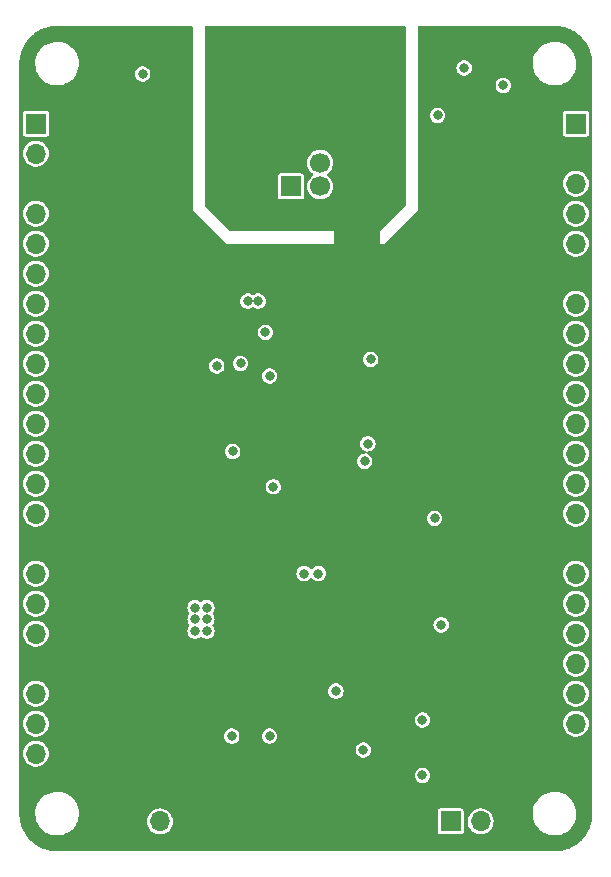
<source format=gbr>
%TF.GenerationSoftware,KiCad,Pcbnew,7.0.2-6a45011f42~172~ubuntu20.04.1*%
%TF.CreationDate,2023-04-23T15:23:27+07:00*%
%TF.ProjectId,EZ-USB-FX2LP-dev-board,455a2d55-5342-42d4-9658-324c502d6465,rev?*%
%TF.SameCoordinates,Original*%
%TF.FileFunction,Copper,L2,Inr*%
%TF.FilePolarity,Positive*%
%FSLAX46Y46*%
G04 Gerber Fmt 4.6, Leading zero omitted, Abs format (unit mm)*
G04 Created by KiCad (PCBNEW 7.0.2-6a45011f42~172~ubuntu20.04.1) date 2023-04-23 15:23:27*
%MOMM*%
%LPD*%
G01*
G04 APERTURE LIST*
%TA.AperFunction,ComponentPad*%
%ADD10R,1.700000X1.700000*%
%TD*%
%TA.AperFunction,ComponentPad*%
%ADD11O,1.700000X1.700000*%
%TD*%
%TA.AperFunction,ComponentPad*%
%ADD12C,0.500000*%
%TD*%
%TA.AperFunction,ComponentPad*%
%ADD13C,1.700000*%
%TD*%
%TA.AperFunction,ComponentPad*%
%ADD14C,3.500000*%
%TD*%
%TA.AperFunction,ViaPad*%
%ADD15C,0.800000*%
%TD*%
G04 APERTURE END LIST*
D10*
%TO.N,Net-(J2-Pin_1)*%
%TO.C,J2*%
X155059500Y-134426900D03*
D11*
%TO.N,/SDA*%
X157599500Y-134426900D03*
%TD*%
D10*
%TO.N,+3V3*%
%TO.C,J4*%
X165657600Y-75340900D03*
D11*
%TO.N,GND*%
X165657600Y-77880900D03*
%TO.N,/RDY1*%
X165657600Y-80420900D03*
%TO.N,/RDY0*%
X165657600Y-82960900D03*
%TO.N,/CLKOUT*%
X165657600Y-85500900D03*
%TO.N,GND*%
X165657600Y-88040900D03*
%TO.N,/PD7*%
X165657600Y-90580900D03*
%TO.N,/PD6*%
X165657600Y-93120900D03*
%TO.N,/PD5*%
X165657600Y-95660900D03*
%TO.N,/PD4*%
X165657600Y-98200900D03*
%TO.N,/PD3*%
X165657600Y-100740900D03*
%TO.N,/PD2*%
X165657600Y-103280900D03*
%TO.N,/PD1*%
X165657600Y-105820900D03*
%TO.N,/PD0*%
X165657600Y-108360900D03*
%TO.N,GND*%
X165657600Y-110900900D03*
%TO.N,/~{RESET}*%
X165657600Y-113440900D03*
%TO.N,/PA7*%
X165657600Y-115980900D03*
%TO.N,/PA6*%
X165657600Y-118520900D03*
%TO.N,/PA5*%
X165657600Y-121060900D03*
%TO.N,/PA4*%
X165657600Y-123600900D03*
%TO.N,/PA3*%
X165657600Y-126140900D03*
%TO.N,GND*%
X165657600Y-128680900D03*
%TD*%
D10*
%TO.N,+5V*%
%TO.C,J6*%
X119937600Y-75340900D03*
D11*
%TO.N,+3V3*%
X119937600Y-77880900D03*
%TO.N,GND*%
X119937600Y-80420900D03*
%TO.N,/IFCLK*%
X119937600Y-82960900D03*
%TO.N,/SCL*%
X119937600Y-85500900D03*
%TO.N,/SDA*%
X119937600Y-88040900D03*
%TO.N,/PB0*%
X119937600Y-90580900D03*
%TO.N,/PB1*%
X119937600Y-93120900D03*
%TO.N,/PB2*%
X119937600Y-95660900D03*
%TO.N,/PB3*%
X119937600Y-98200900D03*
%TO.N,/PB4*%
X119937600Y-100740900D03*
%TO.N,/PB5*%
X119937600Y-103280900D03*
%TO.N,/PB6*%
X119937600Y-105820900D03*
%TO.N,/PB7*%
X119937600Y-108360900D03*
%TO.N,GND*%
X119937600Y-110900900D03*
%TO.N,/CTL0*%
X119937600Y-113440900D03*
%TO.N,/CTL1*%
X119937600Y-115980900D03*
%TO.N,/CTL2*%
X119937600Y-118520900D03*
%TO.N,GND*%
X119937600Y-121060900D03*
%TO.N,/PA0*%
X119937600Y-123600900D03*
%TO.N,/PA1*%
X119937600Y-126140900D03*
%TO.N,/PA2*%
X119937600Y-128680900D03*
%TD*%
D12*
%TO.N,GND*%
%TO.C,U1*%
X145147600Y-97465900D03*
X143972600Y-97465900D03*
X142797600Y-97465900D03*
X141622600Y-97465900D03*
X140447600Y-97465900D03*
X145147600Y-98465900D03*
X143972600Y-98465900D03*
X142797600Y-98465900D03*
X141622600Y-98465900D03*
X140447600Y-98465900D03*
X145147600Y-99465900D03*
X143972600Y-99465900D03*
X142797600Y-99465900D03*
X141622600Y-99465900D03*
X140447600Y-99465900D03*
X145147600Y-100465900D03*
X143972600Y-100465900D03*
X142797600Y-100465900D03*
X141622600Y-100465900D03*
X140447600Y-100465900D03*
X145147600Y-101465900D03*
X143972600Y-101465900D03*
X142797600Y-101465900D03*
X141622600Y-101465900D03*
X140447600Y-101465900D03*
%TD*%
D10*
%TO.N,VBUS*%
%TO.C,J1*%
X141518000Y-80663800D03*
D13*
%TO.N,/D-*%
X144018000Y-80663800D03*
%TO.N,/D+*%
X144018000Y-78663800D03*
%TO.N,GND*%
X141518000Y-78663800D03*
D14*
X136748000Y-75953800D03*
X148788000Y-75953800D03*
%TD*%
D10*
%TO.N,GND*%
%TO.C,J3*%
X127899500Y-134426900D03*
D11*
%TO.N,Net-(D2-K)*%
X130439500Y-134426900D03*
%TD*%
D15*
%TO.N,GND*%
X164719000Y-96926400D03*
X164719000Y-119786400D03*
X129717800Y-129717800D03*
X119049800Y-84226400D03*
X150241000Y-69189600D03*
X138049000Y-103962200D03*
X131191000Y-89636600D03*
X153771600Y-87909400D03*
X164084000Y-80416400D03*
X119049800Y-122326400D03*
X164134800Y-88265000D03*
X138252200Y-94869000D03*
X150241000Y-81508600D03*
X119049800Y-104546400D03*
X135686800Y-69240400D03*
X145034000Y-77495400D03*
X138811000Y-123748800D03*
X164134800Y-83185000D03*
X153644600Y-90271600D03*
X164134800Y-85725000D03*
X128803400Y-122199400D03*
X145821400Y-78740000D03*
X140741400Y-107823000D03*
X141376400Y-92862400D03*
X166624000Y-84201000D03*
X119049800Y-99466400D03*
X126568200Y-78054200D03*
X164719000Y-102006400D03*
X150698200Y-86537800D03*
X164719000Y-91846400D03*
X119049800Y-91846400D03*
X144119600Y-88011000D03*
X129362200Y-111963200D03*
X143205200Y-92862400D03*
X158165800Y-111683800D03*
X131114800Y-70561200D03*
X148920200Y-115011200D03*
X164719000Y-94386400D03*
X139776200Y-80670400D03*
X151638000Y-102514400D03*
X142862300Y-129667000D03*
X164719000Y-107086400D03*
X151180800Y-104470200D03*
X119049800Y-96926400D03*
X152273000Y-95453200D03*
X152374600Y-86487000D03*
X159435800Y-109372400D03*
X164719000Y-117246400D03*
X119049800Y-127406400D03*
X150672800Y-91643200D03*
X164719000Y-122326400D03*
X149199600Y-91338400D03*
X147929600Y-84912200D03*
X166624000Y-81686400D03*
X164719000Y-124866400D03*
X164719000Y-104546400D03*
X119049800Y-89306400D03*
X135661400Y-81559400D03*
X143027400Y-81838800D03*
X166624000Y-86791800D03*
X146100800Y-84912200D03*
X119049800Y-102006400D03*
X158369000Y-125399800D03*
X145008600Y-81838800D03*
X146329400Y-116586000D03*
X153822400Y-84353400D03*
X140131800Y-77292200D03*
X128295400Y-96088200D03*
X145897600Y-80695800D03*
X164719000Y-114706400D03*
X146050000Y-107721400D03*
X143027400Y-77495400D03*
X128524000Y-103428800D03*
X142824200Y-72364600D03*
X158394400Y-79273400D03*
X147294600Y-79476600D03*
X164719000Y-99466400D03*
X164719000Y-109626400D03*
X145465800Y-89255600D03*
X152501600Y-91567000D03*
X146177000Y-121081800D03*
X119049800Y-107086400D03*
X119049800Y-129946400D03*
X164719000Y-112166400D03*
X119049800Y-86766400D03*
X119049800Y-124866400D03*
X119049800Y-94386400D03*
X154051000Y-70637400D03*
%TO.N,+3V3*%
X133416800Y-118322600D03*
X154254200Y-117779800D03*
X147777200Y-103936800D03*
X134416800Y-117322600D03*
X152672651Y-130524649D03*
X134416800Y-118322600D03*
X140047200Y-106087400D03*
X159512000Y-72110600D03*
X145338800Y-123393200D03*
X133416800Y-116322600D03*
X152666700Y-125831600D03*
X153949400Y-74650600D03*
X136601200Y-103098600D03*
X139369800Y-93014800D03*
X133416800Y-117322600D03*
X148285200Y-95300800D03*
X134416800Y-116322600D03*
X135255000Y-95859600D03*
%TO.N,+5V*%
X138760200Y-90373200D03*
X142646400Y-113436400D03*
X137896600Y-90373200D03*
X143865600Y-113436400D03*
%TO.N,/~{RESET}*%
X156192800Y-70637400D03*
X153695400Y-108762800D03*
%TO.N,/SDA*%
X139732568Y-96716628D03*
%TO.N,/SCL*%
X147662900Y-128371600D03*
X137274300Y-95643700D03*
%TO.N,/PA0*%
X139725400Y-127203200D03*
%TO.N,/PA1*%
X136525000Y-127203200D03*
%TO.N,/WAKEUP*%
X148048200Y-102446600D03*
X128981200Y-71145400D03*
%TD*%
%TA.AperFunction,Conductor*%
%TO.N,GND*%
G36*
X133191439Y-67080282D02*
G01*
X133237194Y-67133086D01*
X133248400Y-67184597D01*
X133248400Y-82677000D01*
X136067800Y-85496400D01*
X145173700Y-85496400D01*
X145173700Y-84455000D01*
X136500162Y-84455000D01*
X136433123Y-84435315D01*
X136412481Y-84418681D01*
X134300719Y-82306919D01*
X134267234Y-82245596D01*
X134264400Y-82219238D01*
X134264400Y-81538474D01*
X140417500Y-81538474D01*
X140432033Y-81611538D01*
X140432033Y-81611539D01*
X140432034Y-81611540D01*
X140487399Y-81694401D01*
X140570260Y-81749766D01*
X140606792Y-81757032D01*
X140643325Y-81764300D01*
X140643326Y-81764300D01*
X142392675Y-81764300D01*
X142417029Y-81759455D01*
X142465740Y-81749766D01*
X142548601Y-81694401D01*
X142603966Y-81611540D01*
X142618500Y-81538474D01*
X142618500Y-80663800D01*
X142912785Y-80663800D01*
X142931602Y-80866883D01*
X142987418Y-81063051D01*
X143078324Y-81245618D01*
X143201236Y-81408380D01*
X143351958Y-81545781D01*
X143525361Y-81653147D01*
X143525363Y-81653148D01*
X143715544Y-81726824D01*
X143916024Y-81764300D01*
X143916026Y-81764300D01*
X144119974Y-81764300D01*
X144119976Y-81764300D01*
X144320456Y-81726824D01*
X144510637Y-81653148D01*
X144684041Y-81545781D01*
X144834764Y-81408379D01*
X144957673Y-81245621D01*
X144957673Y-81245619D01*
X144957675Y-81245618D01*
X145003313Y-81153961D01*
X145048582Y-81063050D01*
X145104397Y-80866883D01*
X145123215Y-80663800D01*
X145104397Y-80460717D01*
X145048582Y-80264550D01*
X145025312Y-80217817D01*
X144957675Y-80081981D01*
X144834763Y-79919219D01*
X144684043Y-79781820D01*
X144677417Y-79777718D01*
X144663704Y-79769226D01*
X144617068Y-79717200D01*
X144605964Y-79648219D01*
X144633916Y-79584184D01*
X144663703Y-79558373D01*
X144684041Y-79545781D01*
X144834764Y-79408379D01*
X144957673Y-79245621D01*
X144957673Y-79245619D01*
X144957675Y-79245618D01*
X145003313Y-79153961D01*
X145048582Y-79063050D01*
X145104397Y-78866883D01*
X145123215Y-78663800D01*
X145104397Y-78460717D01*
X145048582Y-78264550D01*
X145048209Y-78263801D01*
X144957675Y-78081981D01*
X144834763Y-77919219D01*
X144684041Y-77781818D01*
X144510638Y-77674452D01*
X144320457Y-77600776D01*
X144253629Y-77588283D01*
X144119976Y-77563300D01*
X143916024Y-77563300D01*
X143815783Y-77582038D01*
X143715542Y-77600776D01*
X143525361Y-77674452D01*
X143351958Y-77781818D01*
X143201236Y-77919219D01*
X143078324Y-78081981D01*
X142987418Y-78264548D01*
X142931602Y-78460716D01*
X142912785Y-78663800D01*
X142931602Y-78866883D01*
X142987418Y-79063051D01*
X143078324Y-79245618D01*
X143201236Y-79408380D01*
X143351956Y-79545779D01*
X143372296Y-79558373D01*
X143418931Y-79610401D01*
X143430035Y-79679383D01*
X143402082Y-79743417D01*
X143372296Y-79769227D01*
X143351956Y-79781820D01*
X143201236Y-79919219D01*
X143078324Y-80081981D01*
X142987418Y-80264548D01*
X142931602Y-80460716D01*
X142912785Y-80663800D01*
X142618500Y-80663800D01*
X142618500Y-79789126D01*
X142603966Y-79716060D01*
X142548601Y-79633199D01*
X142465740Y-79577834D01*
X142465739Y-79577833D01*
X142465738Y-79577833D01*
X142392675Y-79563300D01*
X142392674Y-79563300D01*
X140643326Y-79563300D01*
X140643325Y-79563300D01*
X140570261Y-79577833D01*
X140487399Y-79633199D01*
X140432033Y-79716061D01*
X140417500Y-79789125D01*
X140417500Y-81538474D01*
X134264400Y-81538474D01*
X134264400Y-67184597D01*
X134284085Y-67117558D01*
X134336889Y-67071803D01*
X134388400Y-67060597D01*
X151158400Y-67060597D01*
X151225439Y-67080282D01*
X151271194Y-67133086D01*
X151282400Y-67184597D01*
X151282400Y-82193837D01*
X151262715Y-82260876D01*
X151246081Y-82281518D01*
X149072600Y-84454999D01*
X149072600Y-84455000D01*
X149072600Y-85496400D01*
X149453600Y-85496400D01*
X151989101Y-82960899D01*
X164552385Y-82960899D01*
X164571202Y-83163983D01*
X164627018Y-83360151D01*
X164717924Y-83542718D01*
X164840836Y-83705480D01*
X164991558Y-83842881D01*
X165164961Y-83950247D01*
X165164963Y-83950248D01*
X165355144Y-84023924D01*
X165555624Y-84061400D01*
X165555626Y-84061400D01*
X165759574Y-84061400D01*
X165759576Y-84061400D01*
X165960056Y-84023924D01*
X166150237Y-83950248D01*
X166323641Y-83842881D01*
X166474364Y-83705479D01*
X166597273Y-83542721D01*
X166597273Y-83542719D01*
X166597275Y-83542718D01*
X166642913Y-83451061D01*
X166688182Y-83360150D01*
X166743997Y-83163983D01*
X166762815Y-82960900D01*
X166743997Y-82757817D01*
X166688182Y-82561650D01*
X166687809Y-82560901D01*
X166597275Y-82379081D01*
X166474363Y-82216319D01*
X166323641Y-82078918D01*
X166150238Y-81971552D01*
X165960057Y-81897876D01*
X165893229Y-81885384D01*
X165759576Y-81860400D01*
X165555624Y-81860400D01*
X165455384Y-81879137D01*
X165355142Y-81897876D01*
X165164961Y-81971552D01*
X164991558Y-82078918D01*
X164840836Y-82216319D01*
X164717924Y-82379081D01*
X164627018Y-82561648D01*
X164571202Y-82757816D01*
X164552385Y-82960899D01*
X151989101Y-82960899D01*
X152298400Y-82651600D01*
X152298400Y-80420899D01*
X164552385Y-80420899D01*
X164571202Y-80623983D01*
X164627018Y-80820151D01*
X164717924Y-81002718D01*
X164840836Y-81165480D01*
X164991558Y-81302881D01*
X165161944Y-81408379D01*
X165164963Y-81410248D01*
X165355144Y-81483924D01*
X165555624Y-81521400D01*
X165555626Y-81521400D01*
X165759574Y-81521400D01*
X165759576Y-81521400D01*
X165960056Y-81483924D01*
X166150237Y-81410248D01*
X166323641Y-81302881D01*
X166474364Y-81165479D01*
X166597273Y-81002721D01*
X166597273Y-81002719D01*
X166597275Y-81002718D01*
X166664912Y-80866883D01*
X166688182Y-80820150D01*
X166743997Y-80623983D01*
X166762815Y-80420900D01*
X166743997Y-80217817D01*
X166688182Y-80021650D01*
X166637178Y-79919219D01*
X166597275Y-79839081D01*
X166474363Y-79676319D01*
X166323641Y-79538918D01*
X166150238Y-79431552D01*
X165960057Y-79357876D01*
X165893229Y-79345384D01*
X165759576Y-79320400D01*
X165555624Y-79320400D01*
X165455384Y-79339137D01*
X165355142Y-79357876D01*
X165164961Y-79431552D01*
X164991558Y-79538918D01*
X164840836Y-79676319D01*
X164717924Y-79839081D01*
X164627018Y-80021648D01*
X164571202Y-80217816D01*
X164552385Y-80420899D01*
X152298400Y-80420899D01*
X152298400Y-76215574D01*
X164557100Y-76215574D01*
X164571633Y-76288638D01*
X164571633Y-76288639D01*
X164571634Y-76288640D01*
X164626999Y-76371501D01*
X164709860Y-76426866D01*
X164746392Y-76434132D01*
X164782925Y-76441400D01*
X164782926Y-76441400D01*
X166532275Y-76441400D01*
X166556629Y-76436555D01*
X166605340Y-76426866D01*
X166688201Y-76371501D01*
X166743566Y-76288640D01*
X166758100Y-76215574D01*
X166758100Y-74466226D01*
X166743566Y-74393160D01*
X166688201Y-74310299D01*
X166605340Y-74254934D01*
X166605339Y-74254933D01*
X166605338Y-74254933D01*
X166532275Y-74240400D01*
X166532274Y-74240400D01*
X164782926Y-74240400D01*
X164782925Y-74240400D01*
X164709861Y-74254933D01*
X164626999Y-74310299D01*
X164571633Y-74393161D01*
X164557100Y-74466225D01*
X164557100Y-76215574D01*
X152298400Y-76215574D01*
X152298400Y-74650599D01*
X153294121Y-74650599D01*
X153313163Y-74807418D01*
X153369180Y-74955123D01*
X153458915Y-75085128D01*
X153458916Y-75085129D01*
X153458917Y-75085130D01*
X153577160Y-75189883D01*
X153717035Y-75263296D01*
X153870415Y-75301100D01*
X154028385Y-75301100D01*
X154181765Y-75263296D01*
X154321640Y-75189883D01*
X154439883Y-75085130D01*
X154529620Y-74955123D01*
X154585637Y-74807418D01*
X154604678Y-74650600D01*
X154585637Y-74493782D01*
X154529620Y-74346077D01*
X154439883Y-74216070D01*
X154321640Y-74111317D01*
X154308394Y-74104364D01*
X154181764Y-74037903D01*
X154028385Y-74000100D01*
X153870415Y-74000100D01*
X153717035Y-74037903D01*
X153577161Y-74111316D01*
X153458915Y-74216071D01*
X153369180Y-74346076D01*
X153313163Y-74493781D01*
X153294121Y-74650599D01*
X152298400Y-74650599D01*
X152298400Y-72110600D01*
X158856721Y-72110600D01*
X158875763Y-72267418D01*
X158931780Y-72415123D01*
X159021515Y-72545128D01*
X159021516Y-72545129D01*
X159021517Y-72545130D01*
X159139760Y-72649883D01*
X159279635Y-72723296D01*
X159433015Y-72761100D01*
X159590985Y-72761100D01*
X159744365Y-72723296D01*
X159884240Y-72649883D01*
X160002483Y-72545130D01*
X160092220Y-72415123D01*
X160148237Y-72267418D01*
X160167278Y-72110600D01*
X160148237Y-71953782D01*
X160092220Y-71806077D01*
X160047351Y-71741073D01*
X160002484Y-71676071D01*
X159964915Y-71642788D01*
X159884240Y-71571317D01*
X159841182Y-71548718D01*
X159744364Y-71497903D01*
X159590985Y-71460100D01*
X159433015Y-71460100D01*
X159279635Y-71497903D01*
X159139761Y-71571316D01*
X159021515Y-71676071D01*
X158931780Y-71806076D01*
X158875763Y-71953781D01*
X158856721Y-72110600D01*
X152298400Y-72110600D01*
X152298400Y-70637400D01*
X155537521Y-70637400D01*
X155556563Y-70794218D01*
X155612580Y-70941923D01*
X155702315Y-71071928D01*
X155702316Y-71071929D01*
X155702317Y-71071930D01*
X155820560Y-71176683D01*
X155960435Y-71250096D01*
X156113815Y-71287900D01*
X156271785Y-71287900D01*
X156425165Y-71250096D01*
X156565040Y-71176683D01*
X156683283Y-71071930D01*
X156773020Y-70941923D01*
X156829037Y-70794218D01*
X156848078Y-70637400D01*
X156829037Y-70480582D01*
X156773020Y-70332877D01*
X156770112Y-70328664D01*
X162003387Y-70328664D01*
X162033013Y-70597916D01*
X162033014Y-70597918D01*
X162096531Y-70840876D01*
X162101528Y-70859987D01*
X162207471Y-71109292D01*
X162348582Y-71340511D01*
X162521853Y-71548718D01*
X162521855Y-71548720D01*
X162723598Y-71729482D01*
X162949510Y-71878944D01*
X163055811Y-71928776D01*
X163194777Y-71993921D01*
X163454162Y-72071958D01*
X163454169Y-72071960D01*
X163722161Y-72111400D01*
X163722164Y-72111400D01*
X163922969Y-72111400D01*
X163925231Y-72111400D01*
X164127756Y-72096577D01*
X164392153Y-72037680D01*
X164645158Y-71940914D01*
X164881377Y-71808341D01*
X165095777Y-71642788D01*
X165283786Y-71447781D01*
X165441399Y-71227479D01*
X165565256Y-70986575D01*
X165652718Y-70730205D01*
X165701919Y-70463833D01*
X165711812Y-70193135D01*
X165682186Y-69923882D01*
X165613672Y-69661812D01*
X165507730Y-69412510D01*
X165366618Y-69181290D01*
X165366617Y-69181288D01*
X165193346Y-68973081D01*
X165129446Y-68915826D01*
X164991602Y-68792318D01*
X164765690Y-68642856D01*
X164765686Y-68642854D01*
X164520422Y-68527878D01*
X164261037Y-68449841D01*
X164261031Y-68449840D01*
X163993039Y-68410400D01*
X163789969Y-68410400D01*
X163787720Y-68410564D01*
X163787709Y-68410565D01*
X163587443Y-68425222D01*
X163323049Y-68484119D01*
X163070041Y-68580886D01*
X162833823Y-68713459D01*
X162619425Y-68879009D01*
X162431413Y-69074020D01*
X162273801Y-69294320D01*
X162149942Y-69535229D01*
X162062481Y-69791595D01*
X162013280Y-70057966D01*
X162003387Y-70328664D01*
X156770112Y-70328664D01*
X156683283Y-70202870D01*
X156565040Y-70098117D01*
X156488540Y-70057966D01*
X156425164Y-70024703D01*
X156271785Y-69986900D01*
X156113815Y-69986900D01*
X155960435Y-70024703D01*
X155820561Y-70098116D01*
X155702315Y-70202871D01*
X155612580Y-70332876D01*
X155556563Y-70480581D01*
X155537521Y-70637400D01*
X152298400Y-70637400D01*
X152298400Y-67184596D01*
X152318085Y-67117558D01*
X152370889Y-67071803D01*
X152422400Y-67060597D01*
X163854355Y-67060597D01*
X163860843Y-67060766D01*
X163991179Y-67067597D01*
X164052461Y-67071039D01*
X164167676Y-67077510D01*
X164174588Y-67078092D01*
X164231862Y-67084546D01*
X164237267Y-67085279D01*
X164362203Y-67105066D01*
X164506534Y-67129589D01*
X164522155Y-67132244D01*
X164528940Y-67133593D01*
X164563652Y-67141516D01*
X164568026Y-67142601D01*
X164705925Y-67179551D01*
X164868268Y-67226321D01*
X164874877Y-67228427D01*
X164882631Y-67231140D01*
X164886071Y-67232402D01*
X165035201Y-67289648D01*
X165038130Y-67290817D01*
X165172496Y-67346473D01*
X165193825Y-67355308D01*
X165202654Y-67359378D01*
X165291416Y-67404604D01*
X165350634Y-67434777D01*
X165354320Y-67436734D01*
X165421377Y-67473795D01*
X165500867Y-67517728D01*
X165508414Y-67522257D01*
X165648171Y-67613016D01*
X165652391Y-67615882D01*
X165788485Y-67712446D01*
X165794766Y-67717209D01*
X165924513Y-67822276D01*
X165929103Y-67826182D01*
X166053338Y-67937204D01*
X166058393Y-67941983D01*
X166176514Y-68060104D01*
X166181278Y-68065143D01*
X166292315Y-68189393D01*
X166292317Y-68189395D01*
X166296223Y-68193986D01*
X166401287Y-68323729D01*
X166406051Y-68330010D01*
X166502625Y-68466119D01*
X166505490Y-68470339D01*
X166596238Y-68610078D01*
X166600771Y-68617632D01*
X166681765Y-68764180D01*
X166683722Y-68767866D01*
X166759111Y-68915826D01*
X166763187Y-68924667D01*
X166827673Y-69080347D01*
X166828876Y-69083363D01*
X166886076Y-69232373D01*
X166887355Y-69235860D01*
X166890068Y-69243614D01*
X166892179Y-69250237D01*
X166938958Y-69412609D01*
X166975884Y-69550418D01*
X166976992Y-69554889D01*
X166984899Y-69589532D01*
X166986256Y-69596353D01*
X167013455Y-69756436D01*
X167033211Y-69881171D01*
X167033956Y-69886677D01*
X167040403Y-69943895D01*
X167040988Y-69950826D01*
X167050919Y-70127657D01*
X167057733Y-70257657D01*
X167057903Y-70264147D01*
X167057903Y-133757653D01*
X167057733Y-133764143D01*
X167050920Y-133894135D01*
X167040988Y-134070974D01*
X167040403Y-134077903D01*
X167033957Y-134135116D01*
X167033210Y-134140631D01*
X167013457Y-134265347D01*
X166986255Y-134425451D01*
X166984898Y-134432271D01*
X166976993Y-134466900D01*
X166975878Y-134471396D01*
X166938962Y-134609174D01*
X166892174Y-134771577D01*
X166890067Y-134778186D01*
X166887357Y-134785931D01*
X166886079Y-134789416D01*
X166828881Y-134938421D01*
X166827678Y-134941436D01*
X166763185Y-135097135D01*
X166759109Y-135105977D01*
X166683733Y-135253910D01*
X166681776Y-135257596D01*
X166600764Y-135404177D01*
X166596231Y-135411731D01*
X166505500Y-135551444D01*
X166502635Y-135555664D01*
X166406045Y-135691795D01*
X166401281Y-135698076D01*
X166296240Y-135827791D01*
X166292334Y-135832382D01*
X166181276Y-135956657D01*
X166176497Y-135961711D01*
X166058411Y-136079797D01*
X166053357Y-136084576D01*
X165929082Y-136195634D01*
X165924491Y-136199540D01*
X165794776Y-136304581D01*
X165788495Y-136309345D01*
X165652364Y-136405935D01*
X165648144Y-136408800D01*
X165508431Y-136499531D01*
X165500877Y-136504064D01*
X165354296Y-136585076D01*
X165350610Y-136587033D01*
X165202677Y-136662409D01*
X165193835Y-136666485D01*
X165038136Y-136730978D01*
X165035121Y-136732181D01*
X164886116Y-136789379D01*
X164882637Y-136790655D01*
X164874899Y-136793363D01*
X164868268Y-136795477D01*
X164705875Y-136842262D01*
X164568089Y-136879181D01*
X164563608Y-136880292D01*
X164528972Y-136888198D01*
X164522149Y-136889555D01*
X164362048Y-136916757D01*
X164237327Y-136936511D01*
X164231818Y-136937257D01*
X164174602Y-136943703D01*
X164167673Y-136944288D01*
X163990835Y-136954220D01*
X163860843Y-136961033D01*
X163854354Y-136961203D01*
X121740848Y-136961203D01*
X121734357Y-136961033D01*
X121604358Y-136954219D01*
X121427525Y-136944288D01*
X121420596Y-136943703D01*
X121363382Y-136937257D01*
X121357868Y-136936510D01*
X121233137Y-136916755D01*
X121125751Y-136898510D01*
X121073043Y-136889554D01*
X121066242Y-136888201D01*
X121031596Y-136880294D01*
X121027097Y-136879178D01*
X120889309Y-136842258D01*
X120726930Y-136795477D01*
X120720319Y-136793370D01*
X120712557Y-136790654D01*
X120709073Y-136789376D01*
X120560063Y-136732176D01*
X120557061Y-136730978D01*
X120501756Y-136708070D01*
X120401367Y-136666487D01*
X120392526Y-136662411D01*
X120244566Y-136587022D01*
X120240880Y-136585065D01*
X120094332Y-136504071D01*
X120086778Y-136499538D01*
X119947039Y-136408790D01*
X119942819Y-136405925D01*
X119806710Y-136309351D01*
X119800429Y-136304587D01*
X119670686Y-136199523D01*
X119666095Y-136195617D01*
X119541840Y-136084576D01*
X119536804Y-136079814D01*
X119418683Y-135961693D01*
X119413904Y-135956638D01*
X119302882Y-135832403D01*
X119298976Y-135827813D01*
X119193909Y-135698066D01*
X119189146Y-135691785D01*
X119092582Y-135555691D01*
X119089716Y-135551471D01*
X118998957Y-135411714D01*
X118994424Y-135404160D01*
X118913434Y-135257620D01*
X118911477Y-135253934D01*
X118869464Y-135171479D01*
X118836078Y-135105954D01*
X118832013Y-135097135D01*
X118767510Y-134941412D01*
X118766348Y-134938501D01*
X118709102Y-134789371D01*
X118707836Y-134785918D01*
X118705130Y-134778184D01*
X118703019Y-134771560D01*
X118656251Y-134609224D01*
X118619310Y-134471360D01*
X118618200Y-134466880D01*
X118617079Y-134461972D01*
X118610296Y-134432254D01*
X118608943Y-134425452D01*
X118608943Y-134425451D01*
X118581755Y-134265434D01*
X118561976Y-134140553D01*
X118561239Y-134135099D01*
X118554795Y-134077906D01*
X118554210Y-134070976D01*
X118548193Y-133963833D01*
X118544289Y-133894314D01*
X118540848Y-133828664D01*
X119883387Y-133828664D01*
X119913013Y-134097916D01*
X119945928Y-134223816D01*
X119981528Y-134359988D01*
X120087421Y-134609174D01*
X120087471Y-134609292D01*
X120228582Y-134840511D01*
X120401853Y-135048718D01*
X120401855Y-135048720D01*
X120603598Y-135229482D01*
X120829510Y-135378944D01*
X120909087Y-135416248D01*
X121074777Y-135493921D01*
X121280093Y-135555691D01*
X121334169Y-135571960D01*
X121602161Y-135611400D01*
X121602164Y-135611400D01*
X121802969Y-135611400D01*
X121805231Y-135611400D01*
X122007756Y-135596577D01*
X122272153Y-135537680D01*
X122525158Y-135440914D01*
X122761377Y-135308341D01*
X122975777Y-135142788D01*
X123163786Y-134947781D01*
X123321399Y-134727479D01*
X123445256Y-134486575D01*
X123465614Y-134426900D01*
X129334285Y-134426900D01*
X129353102Y-134629983D01*
X129408918Y-134826151D01*
X129499824Y-135008718D01*
X129622736Y-135171480D01*
X129773458Y-135308881D01*
X129946861Y-135416247D01*
X129946863Y-135416248D01*
X130137044Y-135489924D01*
X130337524Y-135527400D01*
X130337526Y-135527400D01*
X130541474Y-135527400D01*
X130541476Y-135527400D01*
X130741956Y-135489924D01*
X130932137Y-135416248D01*
X131105541Y-135308881D01*
X131113556Y-135301574D01*
X153959000Y-135301574D01*
X153973533Y-135374638D01*
X153973533Y-135374639D01*
X153973534Y-135374640D01*
X154028899Y-135457501D01*
X154111760Y-135512866D01*
X154148292Y-135520133D01*
X154184825Y-135527400D01*
X154184826Y-135527400D01*
X155934175Y-135527400D01*
X155958529Y-135522555D01*
X156007240Y-135512866D01*
X156090101Y-135457501D01*
X156145466Y-135374640D01*
X156160000Y-135301574D01*
X156160000Y-134426900D01*
X156494285Y-134426900D01*
X156513102Y-134629983D01*
X156568918Y-134826151D01*
X156659824Y-135008718D01*
X156782736Y-135171480D01*
X156933458Y-135308881D01*
X157106861Y-135416247D01*
X157106863Y-135416248D01*
X157297044Y-135489924D01*
X157497524Y-135527400D01*
X157497526Y-135527400D01*
X157701474Y-135527400D01*
X157701476Y-135527400D01*
X157901956Y-135489924D01*
X158092137Y-135416248D01*
X158265541Y-135308881D01*
X158416264Y-135171479D01*
X158539173Y-135008721D01*
X158539173Y-135008719D01*
X158539175Y-135008718D01*
X158622931Y-134840511D01*
X158630082Y-134826150D01*
X158685897Y-134629983D01*
X158704715Y-134426900D01*
X158685897Y-134223817D01*
X158630082Y-134027650D01*
X158580798Y-133928673D01*
X158539175Y-133845081D01*
X158526777Y-133828664D01*
X162003387Y-133828664D01*
X162033013Y-134097916D01*
X162065928Y-134223816D01*
X162101528Y-134359988D01*
X162207421Y-134609174D01*
X162207471Y-134609292D01*
X162348582Y-134840511D01*
X162521853Y-135048718D01*
X162521855Y-135048720D01*
X162723598Y-135229482D01*
X162949510Y-135378944D01*
X163029087Y-135416248D01*
X163194777Y-135493921D01*
X163400093Y-135555691D01*
X163454169Y-135571960D01*
X163722161Y-135611400D01*
X163722164Y-135611400D01*
X163922969Y-135611400D01*
X163925231Y-135611400D01*
X164127756Y-135596577D01*
X164392153Y-135537680D01*
X164645158Y-135440914D01*
X164881377Y-135308341D01*
X165095777Y-135142788D01*
X165283786Y-134947781D01*
X165441399Y-134727479D01*
X165565256Y-134486575D01*
X165652718Y-134230205D01*
X165701919Y-133963833D01*
X165711812Y-133693135D01*
X165682186Y-133423882D01*
X165613672Y-133161812D01*
X165507730Y-132912510D01*
X165366618Y-132681290D01*
X165366617Y-132681288D01*
X165193346Y-132473081D01*
X165088359Y-132379012D01*
X164991602Y-132292318D01*
X164765690Y-132142856D01*
X164765686Y-132142854D01*
X164520422Y-132027878D01*
X164261037Y-131949841D01*
X164261031Y-131949840D01*
X163993039Y-131910400D01*
X163789969Y-131910400D01*
X163787720Y-131910564D01*
X163787709Y-131910565D01*
X163587443Y-131925222D01*
X163323049Y-131984119D01*
X163070041Y-132080886D01*
X162833823Y-132213459D01*
X162619425Y-132379009D01*
X162431413Y-132574020D01*
X162273801Y-132794320D01*
X162149942Y-133035229D01*
X162062481Y-133291595D01*
X162013280Y-133557966D01*
X162003387Y-133828664D01*
X158526777Y-133828664D01*
X158416263Y-133682319D01*
X158265541Y-133544918D01*
X158092138Y-133437552D01*
X157901957Y-133363876D01*
X157779226Y-133340934D01*
X157701476Y-133326400D01*
X157497524Y-133326400D01*
X157419779Y-133340933D01*
X157297042Y-133363876D01*
X157106861Y-133437552D01*
X156933458Y-133544918D01*
X156782736Y-133682319D01*
X156659824Y-133845081D01*
X156568918Y-134027648D01*
X156513102Y-134223816D01*
X156494285Y-134426900D01*
X156160000Y-134426900D01*
X156160000Y-133552226D01*
X156145466Y-133479160D01*
X156090101Y-133396299D01*
X156007240Y-133340934D01*
X156007239Y-133340933D01*
X156007238Y-133340933D01*
X155934175Y-133326400D01*
X155934174Y-133326400D01*
X154184826Y-133326400D01*
X154184825Y-133326400D01*
X154111761Y-133340933D01*
X154028899Y-133396299D01*
X153973533Y-133479161D01*
X153959000Y-133552225D01*
X153959000Y-135301574D01*
X131113556Y-135301574D01*
X131256264Y-135171479D01*
X131379173Y-135008721D01*
X131379173Y-135008719D01*
X131379175Y-135008718D01*
X131462931Y-134840511D01*
X131470082Y-134826150D01*
X131525897Y-134629983D01*
X131544715Y-134426900D01*
X131525897Y-134223817D01*
X131470082Y-134027650D01*
X131420798Y-133928673D01*
X131379175Y-133845081D01*
X131256263Y-133682319D01*
X131105541Y-133544918D01*
X130932138Y-133437552D01*
X130741957Y-133363876D01*
X130619226Y-133340934D01*
X130541476Y-133326400D01*
X130337524Y-133326400D01*
X130259779Y-133340933D01*
X130137042Y-133363876D01*
X129946861Y-133437552D01*
X129773458Y-133544918D01*
X129622736Y-133682319D01*
X129499824Y-133845081D01*
X129408918Y-134027648D01*
X129353102Y-134223816D01*
X129334285Y-134426900D01*
X123465614Y-134426900D01*
X123532718Y-134230205D01*
X123581919Y-133963833D01*
X123591812Y-133693135D01*
X123562186Y-133423882D01*
X123493672Y-133161812D01*
X123387730Y-132912510D01*
X123246618Y-132681290D01*
X123246617Y-132681288D01*
X123073346Y-132473081D01*
X122968359Y-132379012D01*
X122871602Y-132292318D01*
X122645690Y-132142856D01*
X122645686Y-132142854D01*
X122400422Y-132027878D01*
X122141037Y-131949841D01*
X122141031Y-131949840D01*
X121873039Y-131910400D01*
X121669969Y-131910400D01*
X121667720Y-131910564D01*
X121667709Y-131910565D01*
X121467443Y-131925222D01*
X121203049Y-131984119D01*
X120950041Y-132080886D01*
X120713823Y-132213459D01*
X120499425Y-132379009D01*
X120311413Y-132574020D01*
X120153801Y-132794320D01*
X120029942Y-133035229D01*
X119942481Y-133291595D01*
X119893280Y-133557966D01*
X119883387Y-133828664D01*
X118540848Y-133828664D01*
X118537466Y-133764143D01*
X118537297Y-133757655D01*
X118537297Y-130524648D01*
X152017372Y-130524648D01*
X152036414Y-130681467D01*
X152092431Y-130829172D01*
X152182166Y-130959177D01*
X152182167Y-130959178D01*
X152182168Y-130959179D01*
X152300411Y-131063932D01*
X152440286Y-131137345D01*
X152593666Y-131175149D01*
X152751636Y-131175149D01*
X152905016Y-131137345D01*
X153044891Y-131063932D01*
X153163134Y-130959179D01*
X153252871Y-130829172D01*
X153308888Y-130681467D01*
X153327929Y-130524649D01*
X153308888Y-130367831D01*
X153252871Y-130220126D01*
X153163134Y-130090119D01*
X153044891Y-129985366D01*
X153031645Y-129978414D01*
X152905015Y-129911952D01*
X152751636Y-129874149D01*
X152593666Y-129874149D01*
X152440286Y-129911952D01*
X152300412Y-129985365D01*
X152182166Y-130090120D01*
X152092431Y-130220125D01*
X152036414Y-130367830D01*
X152017372Y-130524648D01*
X118537297Y-130524648D01*
X118537297Y-128680899D01*
X118832385Y-128680899D01*
X118851202Y-128883983D01*
X118907018Y-129080151D01*
X118997924Y-129262718D01*
X119120836Y-129425480D01*
X119271558Y-129562881D01*
X119444961Y-129670247D01*
X119444963Y-129670248D01*
X119635144Y-129743924D01*
X119835624Y-129781400D01*
X119835626Y-129781400D01*
X120039574Y-129781400D01*
X120039576Y-129781400D01*
X120240056Y-129743924D01*
X120430237Y-129670248D01*
X120603641Y-129562881D01*
X120754364Y-129425479D01*
X120877273Y-129262721D01*
X120877273Y-129262719D01*
X120877275Y-129262718D01*
X120922913Y-129171061D01*
X120968182Y-129080150D01*
X121023997Y-128883983D01*
X121042815Y-128680900D01*
X121023997Y-128477817D01*
X120993775Y-128371600D01*
X147007621Y-128371600D01*
X147026663Y-128528418D01*
X147082680Y-128676123D01*
X147172415Y-128806128D01*
X147172416Y-128806129D01*
X147172417Y-128806130D01*
X147290660Y-128910883D01*
X147430535Y-128984296D01*
X147583915Y-129022100D01*
X147741885Y-129022100D01*
X147895265Y-128984296D01*
X148035140Y-128910883D01*
X148153383Y-128806130D01*
X148243120Y-128676123D01*
X148299137Y-128528418D01*
X148318178Y-128371600D01*
X148299137Y-128214782D01*
X148243120Y-128067077D01*
X148153383Y-127937070D01*
X148035140Y-127832317D01*
X148003853Y-127815896D01*
X147895264Y-127758903D01*
X147741885Y-127721100D01*
X147583915Y-127721100D01*
X147430535Y-127758903D01*
X147290661Y-127832316D01*
X147172415Y-127937071D01*
X147082680Y-128067076D01*
X147026663Y-128214781D01*
X147007621Y-128371600D01*
X120993775Y-128371600D01*
X120968182Y-128281650D01*
X120934886Y-128214782D01*
X120877275Y-128099081D01*
X120754363Y-127936319D01*
X120603641Y-127798918D01*
X120430238Y-127691552D01*
X120240057Y-127617876D01*
X120173229Y-127605384D01*
X120039576Y-127580400D01*
X119835624Y-127580400D01*
X119735384Y-127599137D01*
X119635142Y-127617876D01*
X119444961Y-127691552D01*
X119271558Y-127798918D01*
X119120836Y-127936319D01*
X118997924Y-128099081D01*
X118907018Y-128281648D01*
X118851202Y-128477816D01*
X118832385Y-128680899D01*
X118537297Y-128680899D01*
X118537297Y-126140900D01*
X118832385Y-126140900D01*
X118851202Y-126343983D01*
X118907018Y-126540151D01*
X118997924Y-126722718D01*
X119120836Y-126885480D01*
X119271558Y-127022881D01*
X119309514Y-127046382D01*
X119444963Y-127130248D01*
X119635144Y-127203924D01*
X119835624Y-127241400D01*
X119835626Y-127241400D01*
X120039574Y-127241400D01*
X120039576Y-127241400D01*
X120240056Y-127203924D01*
X120241925Y-127203200D01*
X135869721Y-127203200D01*
X135888763Y-127360018D01*
X135944780Y-127507723D01*
X136034515Y-127637728D01*
X136034516Y-127637729D01*
X136034517Y-127637730D01*
X136152760Y-127742483D01*
X136292635Y-127815896D01*
X136446015Y-127853700D01*
X136603985Y-127853700D01*
X136757365Y-127815896D01*
X136897240Y-127742483D01*
X137015483Y-127637730D01*
X137105220Y-127507723D01*
X137161237Y-127360018D01*
X137180278Y-127203200D01*
X137180278Y-127203199D01*
X139070121Y-127203199D01*
X139089163Y-127360018D01*
X139145180Y-127507723D01*
X139234915Y-127637728D01*
X139234916Y-127637729D01*
X139234917Y-127637730D01*
X139353160Y-127742483D01*
X139493035Y-127815896D01*
X139646415Y-127853700D01*
X139804385Y-127853700D01*
X139957765Y-127815896D01*
X140097640Y-127742483D01*
X140215883Y-127637730D01*
X140305620Y-127507723D01*
X140361637Y-127360018D01*
X140380678Y-127203200D01*
X140361637Y-127046382D01*
X140305620Y-126898677D01*
X140215883Y-126768670D01*
X140097640Y-126663917D01*
X140084394Y-126656964D01*
X139957764Y-126590503D01*
X139804385Y-126552700D01*
X139646415Y-126552700D01*
X139493035Y-126590503D01*
X139353161Y-126663916D01*
X139234915Y-126768671D01*
X139145180Y-126898676D01*
X139089163Y-127046381D01*
X139070121Y-127203199D01*
X137180278Y-127203199D01*
X137161237Y-127046382D01*
X137105220Y-126898677D01*
X137015483Y-126768670D01*
X136897240Y-126663917D01*
X136883994Y-126656965D01*
X136757364Y-126590503D01*
X136603985Y-126552700D01*
X136446015Y-126552700D01*
X136292635Y-126590503D01*
X136152761Y-126663916D01*
X136034515Y-126768671D01*
X135944780Y-126898676D01*
X135888763Y-127046381D01*
X135869721Y-127203200D01*
X120241925Y-127203200D01*
X120430237Y-127130248D01*
X120603641Y-127022881D01*
X120603641Y-127022880D01*
X120754363Y-126885480D01*
X120877275Y-126722718D01*
X120943109Y-126590503D01*
X120968182Y-126540150D01*
X121023997Y-126343983D01*
X121042815Y-126140900D01*
X121023997Y-125937817D01*
X120993775Y-125831599D01*
X152011421Y-125831599D01*
X152030463Y-125988418D01*
X152086480Y-126136123D01*
X152176215Y-126266128D01*
X152176216Y-126266129D01*
X152176217Y-126266130D01*
X152294460Y-126370883D01*
X152434335Y-126444296D01*
X152587715Y-126482100D01*
X152745685Y-126482100D01*
X152899065Y-126444296D01*
X153038940Y-126370883D01*
X153157183Y-126266130D01*
X153243623Y-126140900D01*
X164552385Y-126140900D01*
X164571202Y-126343983D01*
X164627018Y-126540151D01*
X164717924Y-126722718D01*
X164840836Y-126885480D01*
X164991558Y-127022881D01*
X165029514Y-127046382D01*
X165164963Y-127130248D01*
X165355144Y-127203924D01*
X165555624Y-127241400D01*
X165555626Y-127241400D01*
X165759574Y-127241400D01*
X165759576Y-127241400D01*
X165960056Y-127203924D01*
X166150237Y-127130248D01*
X166323641Y-127022881D01*
X166323641Y-127022880D01*
X166474363Y-126885480D01*
X166597275Y-126722718D01*
X166663109Y-126590503D01*
X166688182Y-126540150D01*
X166743997Y-126343983D01*
X166762815Y-126140900D01*
X166743997Y-125937817D01*
X166688182Y-125741650D01*
X166654886Y-125674782D01*
X166597275Y-125559081D01*
X166474363Y-125396319D01*
X166323641Y-125258918D01*
X166150238Y-125151552D01*
X165960057Y-125077876D01*
X165893229Y-125065384D01*
X165759576Y-125040400D01*
X165555624Y-125040400D01*
X165455384Y-125059138D01*
X165355142Y-125077876D01*
X165164961Y-125151552D01*
X164991558Y-125258918D01*
X164840836Y-125396319D01*
X164717924Y-125559081D01*
X164627018Y-125741648D01*
X164571202Y-125937816D01*
X164552385Y-126140900D01*
X153243623Y-126140900D01*
X153246920Y-126136123D01*
X153302937Y-125988418D01*
X153321978Y-125831600D01*
X153302937Y-125674782D01*
X153246920Y-125527077D01*
X153157183Y-125397070D01*
X153038940Y-125292317D01*
X153025694Y-125285364D01*
X152899064Y-125218903D01*
X152745685Y-125181100D01*
X152587715Y-125181100D01*
X152434335Y-125218903D01*
X152294461Y-125292316D01*
X152176215Y-125397071D01*
X152086480Y-125527076D01*
X152030463Y-125674781D01*
X152011421Y-125831599D01*
X120993775Y-125831599D01*
X120968182Y-125741650D01*
X120934886Y-125674782D01*
X120877275Y-125559081D01*
X120754363Y-125396319D01*
X120603641Y-125258918D01*
X120430238Y-125151552D01*
X120240057Y-125077876D01*
X120173229Y-125065384D01*
X120039576Y-125040400D01*
X119835624Y-125040400D01*
X119735384Y-125059137D01*
X119635142Y-125077876D01*
X119444961Y-125151552D01*
X119271558Y-125258918D01*
X119120836Y-125396319D01*
X118997924Y-125559081D01*
X118907018Y-125741648D01*
X118851202Y-125937816D01*
X118832385Y-126140900D01*
X118537297Y-126140900D01*
X118537297Y-123600899D01*
X118832385Y-123600899D01*
X118851202Y-123803983D01*
X118907018Y-124000151D01*
X118997924Y-124182718D01*
X119120836Y-124345480D01*
X119271558Y-124482881D01*
X119444961Y-124590247D01*
X119444963Y-124590248D01*
X119635144Y-124663924D01*
X119835624Y-124701400D01*
X119835626Y-124701400D01*
X120039574Y-124701400D01*
X120039576Y-124701400D01*
X120240056Y-124663924D01*
X120430237Y-124590248D01*
X120603641Y-124482881D01*
X120754364Y-124345479D01*
X120877273Y-124182721D01*
X120877273Y-124182719D01*
X120877275Y-124182718D01*
X120946497Y-124043700D01*
X120968182Y-124000150D01*
X121023997Y-123803983D01*
X121042815Y-123600900D01*
X121023997Y-123397817D01*
X121022683Y-123393200D01*
X121022683Y-123393199D01*
X144683521Y-123393199D01*
X144702563Y-123550018D01*
X144758580Y-123697723D01*
X144848315Y-123827728D01*
X144848316Y-123827729D01*
X144848317Y-123827730D01*
X144966560Y-123932483D01*
X145106435Y-124005896D01*
X145259815Y-124043700D01*
X145417785Y-124043700D01*
X145571165Y-124005896D01*
X145711040Y-123932483D01*
X145829283Y-123827730D01*
X145919020Y-123697723D01*
X145955740Y-123600899D01*
X164552385Y-123600899D01*
X164571202Y-123803983D01*
X164627018Y-124000151D01*
X164717924Y-124182718D01*
X164840836Y-124345480D01*
X164991558Y-124482881D01*
X165164961Y-124590247D01*
X165164963Y-124590248D01*
X165355144Y-124663924D01*
X165555624Y-124701400D01*
X165555626Y-124701400D01*
X165759574Y-124701400D01*
X165759576Y-124701400D01*
X165960056Y-124663924D01*
X166150237Y-124590248D01*
X166323641Y-124482881D01*
X166474364Y-124345479D01*
X166597273Y-124182721D01*
X166597273Y-124182719D01*
X166597275Y-124182718D01*
X166666497Y-124043700D01*
X166688182Y-124000150D01*
X166743997Y-123803983D01*
X166762815Y-123600900D01*
X166743997Y-123397817D01*
X166742683Y-123393200D01*
X166688181Y-123201648D01*
X166597275Y-123019081D01*
X166474363Y-122856319D01*
X166323641Y-122718918D01*
X166150238Y-122611552D01*
X165960057Y-122537876D01*
X165893229Y-122525384D01*
X165759576Y-122500400D01*
X165555624Y-122500400D01*
X165455384Y-122519137D01*
X165355142Y-122537876D01*
X165164961Y-122611552D01*
X164991558Y-122718918D01*
X164840836Y-122856319D01*
X164717924Y-123019081D01*
X164627018Y-123201648D01*
X164571202Y-123397816D01*
X164552385Y-123600899D01*
X145955740Y-123600899D01*
X145975037Y-123550018D01*
X145994078Y-123393200D01*
X145975037Y-123236382D01*
X145919020Y-123088677D01*
X145829283Y-122958670D01*
X145711040Y-122853917D01*
X145697794Y-122846964D01*
X145571164Y-122780503D01*
X145417785Y-122742700D01*
X145259815Y-122742700D01*
X145106435Y-122780503D01*
X144966561Y-122853916D01*
X144848315Y-122958671D01*
X144758580Y-123088676D01*
X144702563Y-123236381D01*
X144683521Y-123393199D01*
X121022683Y-123393199D01*
X120968181Y-123201648D01*
X120877275Y-123019081D01*
X120754363Y-122856319D01*
X120603641Y-122718918D01*
X120430238Y-122611552D01*
X120240057Y-122537876D01*
X120173229Y-122525384D01*
X120039576Y-122500400D01*
X119835624Y-122500400D01*
X119735384Y-122519137D01*
X119635142Y-122537876D01*
X119444961Y-122611552D01*
X119271558Y-122718918D01*
X119120836Y-122856319D01*
X118997924Y-123019081D01*
X118907018Y-123201648D01*
X118851202Y-123397816D01*
X118832385Y-123600899D01*
X118537297Y-123600899D01*
X118537297Y-121060899D01*
X164552385Y-121060899D01*
X164571202Y-121263983D01*
X164627018Y-121460151D01*
X164717924Y-121642718D01*
X164840836Y-121805480D01*
X164991558Y-121942881D01*
X165164961Y-122050247D01*
X165164963Y-122050248D01*
X165355144Y-122123924D01*
X165555624Y-122161400D01*
X165555626Y-122161400D01*
X165759574Y-122161400D01*
X165759576Y-122161400D01*
X165960056Y-122123924D01*
X166150237Y-122050248D01*
X166323641Y-121942881D01*
X166474364Y-121805479D01*
X166597273Y-121642721D01*
X166597273Y-121642719D01*
X166597275Y-121642718D01*
X166642913Y-121551061D01*
X166688182Y-121460150D01*
X166743997Y-121263983D01*
X166762815Y-121060900D01*
X166743997Y-120857817D01*
X166688182Y-120661650D01*
X166687809Y-120660901D01*
X166597275Y-120479081D01*
X166474363Y-120316319D01*
X166323641Y-120178918D01*
X166150238Y-120071552D01*
X165960057Y-119997876D01*
X165893229Y-119985384D01*
X165759576Y-119960400D01*
X165555624Y-119960400D01*
X165455384Y-119979137D01*
X165355142Y-119997876D01*
X165164961Y-120071552D01*
X164991558Y-120178918D01*
X164840836Y-120316319D01*
X164717924Y-120479081D01*
X164627018Y-120661648D01*
X164571202Y-120857816D01*
X164552385Y-121060899D01*
X118537297Y-121060899D01*
X118537297Y-118520899D01*
X118832385Y-118520899D01*
X118851202Y-118723983D01*
X118907018Y-118920151D01*
X118997924Y-119102718D01*
X119120836Y-119265480D01*
X119271558Y-119402881D01*
X119444961Y-119510247D01*
X119444963Y-119510248D01*
X119635144Y-119583924D01*
X119835624Y-119621400D01*
X119835626Y-119621400D01*
X120039574Y-119621400D01*
X120039576Y-119621400D01*
X120240056Y-119583924D01*
X120430237Y-119510248D01*
X120603641Y-119402881D01*
X120754364Y-119265479D01*
X120877273Y-119102721D01*
X120877273Y-119102719D01*
X120877275Y-119102718D01*
X120960640Y-118935296D01*
X120968182Y-118920150D01*
X121023997Y-118723983D01*
X121042815Y-118520900D01*
X121024440Y-118322599D01*
X132761521Y-118322599D01*
X132780563Y-118479418D01*
X132836580Y-118627123D01*
X132926315Y-118757128D01*
X132926316Y-118757129D01*
X132926317Y-118757130D01*
X133044560Y-118861883D01*
X133184435Y-118935296D01*
X133337815Y-118973100D01*
X133495785Y-118973100D01*
X133649165Y-118935296D01*
X133789040Y-118861883D01*
X133834574Y-118821543D01*
X133897806Y-118791822D01*
X133967069Y-118801006D01*
X133999024Y-118821542D01*
X134044560Y-118861883D01*
X134184435Y-118935296D01*
X134337815Y-118973100D01*
X134495785Y-118973100D01*
X134649165Y-118935296D01*
X134789040Y-118861883D01*
X134907283Y-118757130D01*
X134997020Y-118627123D01*
X135037305Y-118520899D01*
X164552385Y-118520899D01*
X164571202Y-118723983D01*
X164627018Y-118920151D01*
X164717924Y-119102718D01*
X164840836Y-119265480D01*
X164991558Y-119402881D01*
X165164961Y-119510247D01*
X165164963Y-119510248D01*
X165355144Y-119583924D01*
X165555624Y-119621400D01*
X165555626Y-119621400D01*
X165759574Y-119621400D01*
X165759576Y-119621400D01*
X165960056Y-119583924D01*
X166150237Y-119510248D01*
X166323641Y-119402881D01*
X166474364Y-119265479D01*
X166597273Y-119102721D01*
X166597273Y-119102719D01*
X166597275Y-119102718D01*
X166680640Y-118935296D01*
X166688182Y-118920150D01*
X166743997Y-118723983D01*
X166762815Y-118520900D01*
X166743997Y-118317817D01*
X166688182Y-118121650D01*
X166687809Y-118120901D01*
X166597275Y-117939081D01*
X166474363Y-117776319D01*
X166323641Y-117638918D01*
X166150238Y-117531552D01*
X165960057Y-117457876D01*
X165893229Y-117445384D01*
X165759576Y-117420400D01*
X165555624Y-117420400D01*
X165455384Y-117439137D01*
X165355142Y-117457876D01*
X165164961Y-117531552D01*
X164991558Y-117638918D01*
X164840836Y-117776319D01*
X164717924Y-117939081D01*
X164627018Y-118121648D01*
X164571202Y-118317816D01*
X164552385Y-118520899D01*
X135037305Y-118520899D01*
X135053037Y-118479418D01*
X135072078Y-118322600D01*
X135053037Y-118165782D01*
X134997020Y-118018077D01*
X134997019Y-118018074D01*
X134910714Y-117893038D01*
X134888831Y-117826684D01*
X134900935Y-117779800D01*
X153598921Y-117779800D01*
X153617963Y-117936618D01*
X153673980Y-118084323D01*
X153763715Y-118214328D01*
X153763716Y-118214329D01*
X153763717Y-118214330D01*
X153881960Y-118319083D01*
X154021835Y-118392496D01*
X154175215Y-118430300D01*
X154333185Y-118430300D01*
X154486565Y-118392496D01*
X154626440Y-118319083D01*
X154744683Y-118214330D01*
X154834420Y-118084323D01*
X154890437Y-117936618D01*
X154909478Y-117779800D01*
X154890437Y-117622982D01*
X154834420Y-117475277D01*
X154744683Y-117345270D01*
X154626440Y-117240517D01*
X154613194Y-117233565D01*
X154486564Y-117167103D01*
X154333185Y-117129300D01*
X154175215Y-117129300D01*
X154021835Y-117167103D01*
X153881961Y-117240516D01*
X153763715Y-117345271D01*
X153673980Y-117475276D01*
X153617963Y-117622981D01*
X153598921Y-117779800D01*
X134900935Y-117779800D01*
X134906297Y-117759032D01*
X134910714Y-117752159D01*
X134916800Y-117743342D01*
X134997020Y-117627123D01*
X135053037Y-117479418D01*
X135072078Y-117322600D01*
X135053037Y-117165782D01*
X134997020Y-117018077D01*
X134997019Y-117018074D01*
X134910714Y-116893038D01*
X134888831Y-116826684D01*
X134906297Y-116759032D01*
X134910714Y-116752159D01*
X134929130Y-116725479D01*
X134997020Y-116627123D01*
X135053037Y-116479418D01*
X135072078Y-116322600D01*
X135053037Y-116165782D01*
X134997020Y-116018077D01*
X134971359Y-115980900D01*
X164552385Y-115980900D01*
X164571202Y-116183983D01*
X164627018Y-116380151D01*
X164717924Y-116562718D01*
X164840836Y-116725480D01*
X164991558Y-116862881D01*
X165164961Y-116970247D01*
X165164963Y-116970248D01*
X165355144Y-117043924D01*
X165555624Y-117081400D01*
X165555626Y-117081400D01*
X165759574Y-117081400D01*
X165759576Y-117081400D01*
X165960056Y-117043924D01*
X166150237Y-116970248D01*
X166323641Y-116862881D01*
X166437558Y-116759032D01*
X166474363Y-116725480D01*
X166597275Y-116562718D01*
X166642913Y-116471061D01*
X166688182Y-116380150D01*
X166743997Y-116183983D01*
X166762815Y-115980900D01*
X166743997Y-115777817D01*
X166688182Y-115581650D01*
X166687809Y-115580901D01*
X166597275Y-115399081D01*
X166474363Y-115236319D01*
X166323641Y-115098918D01*
X166150238Y-114991552D01*
X165960057Y-114917876D01*
X165893229Y-114905384D01*
X165759576Y-114880400D01*
X165555624Y-114880400D01*
X165455384Y-114899137D01*
X165355142Y-114917876D01*
X165164961Y-114991552D01*
X164991558Y-115098918D01*
X164840836Y-115236319D01*
X164717924Y-115399081D01*
X164627018Y-115581648D01*
X164571202Y-115777816D01*
X164552385Y-115980900D01*
X134971359Y-115980900D01*
X134952151Y-115953073D01*
X134907284Y-115888071D01*
X134857754Y-115844192D01*
X134789040Y-115783317D01*
X134775794Y-115776365D01*
X134649164Y-115709903D01*
X134495785Y-115672100D01*
X134337815Y-115672100D01*
X134184435Y-115709903D01*
X134044558Y-115783318D01*
X133999024Y-115823657D01*
X133935791Y-115853377D01*
X133866527Y-115844192D01*
X133834574Y-115823656D01*
X133789040Y-115783317D01*
X133719102Y-115746610D01*
X133649164Y-115709903D01*
X133495785Y-115672100D01*
X133337815Y-115672100D01*
X133184435Y-115709903D01*
X133044561Y-115783316D01*
X132926315Y-115888071D01*
X132836580Y-116018076D01*
X132780563Y-116165781D01*
X132761521Y-116322600D01*
X132780563Y-116479418D01*
X132836580Y-116627123D01*
X132922886Y-116752159D01*
X132944769Y-116818513D01*
X132927304Y-116886165D01*
X132922886Y-116893038D01*
X132836580Y-117018074D01*
X132780563Y-117165781D01*
X132761521Y-117322599D01*
X132780563Y-117479418D01*
X132836580Y-117627123D01*
X132922886Y-117752159D01*
X132944769Y-117818513D01*
X132927304Y-117886165D01*
X132922886Y-117893038D01*
X132836580Y-118018074D01*
X132780563Y-118165781D01*
X132761521Y-118322599D01*
X121024440Y-118322599D01*
X121023997Y-118317817D01*
X120968182Y-118121650D01*
X120967809Y-118120901D01*
X120877275Y-117939081D01*
X120754363Y-117776319D01*
X120603641Y-117638918D01*
X120430238Y-117531552D01*
X120240057Y-117457876D01*
X120173229Y-117445384D01*
X120039576Y-117420400D01*
X119835624Y-117420400D01*
X119735384Y-117439137D01*
X119635142Y-117457876D01*
X119444961Y-117531552D01*
X119271558Y-117638918D01*
X119120836Y-117776319D01*
X118997924Y-117939081D01*
X118907018Y-118121648D01*
X118851202Y-118317816D01*
X118832385Y-118520899D01*
X118537297Y-118520899D01*
X118537297Y-115980899D01*
X118832385Y-115980899D01*
X118851202Y-116183983D01*
X118907018Y-116380151D01*
X118997924Y-116562718D01*
X119120836Y-116725480D01*
X119271558Y-116862881D01*
X119444961Y-116970247D01*
X119444963Y-116970248D01*
X119635144Y-117043924D01*
X119835624Y-117081400D01*
X119835626Y-117081400D01*
X120039574Y-117081400D01*
X120039576Y-117081400D01*
X120240056Y-117043924D01*
X120430237Y-116970248D01*
X120603641Y-116862881D01*
X120717558Y-116759032D01*
X120754363Y-116725480D01*
X120877275Y-116562718D01*
X120922913Y-116471061D01*
X120968182Y-116380150D01*
X121023997Y-116183983D01*
X121042815Y-115980900D01*
X121023997Y-115777817D01*
X120968182Y-115581650D01*
X120967809Y-115580901D01*
X120877275Y-115399081D01*
X120754363Y-115236319D01*
X120603641Y-115098918D01*
X120430238Y-114991552D01*
X120240057Y-114917876D01*
X120173229Y-114905384D01*
X120039576Y-114880400D01*
X119835624Y-114880400D01*
X119735384Y-114899137D01*
X119635142Y-114917876D01*
X119444961Y-114991552D01*
X119271558Y-115098918D01*
X119120836Y-115236319D01*
X118997924Y-115399081D01*
X118907018Y-115581648D01*
X118851202Y-115777816D01*
X118832385Y-115980899D01*
X118537297Y-115980899D01*
X118537297Y-113440900D01*
X118832385Y-113440900D01*
X118851202Y-113643983D01*
X118907018Y-113840151D01*
X118997924Y-114022718D01*
X119120836Y-114185480D01*
X119271558Y-114322881D01*
X119444961Y-114430247D01*
X119444963Y-114430248D01*
X119635144Y-114503924D01*
X119835624Y-114541400D01*
X119835626Y-114541400D01*
X120039574Y-114541400D01*
X120039576Y-114541400D01*
X120240056Y-114503924D01*
X120430237Y-114430248D01*
X120603641Y-114322881D01*
X120754364Y-114185479D01*
X120877273Y-114022721D01*
X120877273Y-114022719D01*
X120877275Y-114022718D01*
X120965167Y-113846204D01*
X120968182Y-113840150D01*
X121023997Y-113643983D01*
X121042815Y-113440900D01*
X121042398Y-113436400D01*
X141991121Y-113436400D01*
X142010163Y-113593218D01*
X142066180Y-113740923D01*
X142155915Y-113870928D01*
X142155916Y-113870929D01*
X142155917Y-113870930D01*
X142274160Y-113975683D01*
X142414035Y-114049096D01*
X142567415Y-114086900D01*
X142725385Y-114086900D01*
X142878765Y-114049096D01*
X143018640Y-113975683D01*
X143136883Y-113870930D01*
X143153951Y-113846202D01*
X143208231Y-113802213D01*
X143277680Y-113794553D01*
X143340245Y-113825655D01*
X143358045Y-113846197D01*
X143375117Y-113870930D01*
X143493360Y-113975683D01*
X143633235Y-114049096D01*
X143786615Y-114086900D01*
X143944585Y-114086900D01*
X144097965Y-114049096D01*
X144237840Y-113975683D01*
X144356083Y-113870930D01*
X144445820Y-113740923D01*
X144501837Y-113593218D01*
X144520332Y-113440900D01*
X164552385Y-113440900D01*
X164571202Y-113643983D01*
X164627018Y-113840151D01*
X164717924Y-114022718D01*
X164840836Y-114185480D01*
X164991558Y-114322881D01*
X165164961Y-114430247D01*
X165164963Y-114430248D01*
X165355144Y-114503924D01*
X165555624Y-114541400D01*
X165555626Y-114541400D01*
X165759574Y-114541400D01*
X165759576Y-114541400D01*
X165960056Y-114503924D01*
X166150237Y-114430248D01*
X166323641Y-114322881D01*
X166474364Y-114185479D01*
X166597273Y-114022721D01*
X166597273Y-114022719D01*
X166597275Y-114022718D01*
X166685167Y-113846204D01*
X166688182Y-113840150D01*
X166743997Y-113643983D01*
X166762815Y-113440900D01*
X166743997Y-113237817D01*
X166688182Y-113041650D01*
X166616214Y-112897117D01*
X166597275Y-112859081D01*
X166474363Y-112696319D01*
X166323641Y-112558918D01*
X166150238Y-112451552D01*
X165960057Y-112377876D01*
X165893229Y-112365384D01*
X165759576Y-112340400D01*
X165555624Y-112340400D01*
X165455384Y-112359137D01*
X165355142Y-112377876D01*
X165164961Y-112451552D01*
X164991558Y-112558918D01*
X164840836Y-112696319D01*
X164717924Y-112859081D01*
X164627018Y-113041648D01*
X164571202Y-113237816D01*
X164552385Y-113440900D01*
X144520332Y-113440900D01*
X144520878Y-113436400D01*
X144501837Y-113279582D01*
X144445820Y-113131877D01*
X144356083Y-113001870D01*
X144237840Y-112897117D01*
X144224594Y-112890164D01*
X144097964Y-112823703D01*
X143944585Y-112785900D01*
X143786615Y-112785900D01*
X143633235Y-112823703D01*
X143493361Y-112897116D01*
X143375115Y-113001871D01*
X143358050Y-113026596D01*
X143303767Y-113070586D01*
X143234319Y-113078246D01*
X143171754Y-113047143D01*
X143153950Y-113026596D01*
X143136884Y-113001871D01*
X143136883Y-113001870D01*
X143018640Y-112897117D01*
X143005394Y-112890164D01*
X142878764Y-112823703D01*
X142725385Y-112785900D01*
X142567415Y-112785900D01*
X142414035Y-112823703D01*
X142274161Y-112897116D01*
X142155915Y-113001871D01*
X142066180Y-113131876D01*
X142010163Y-113279581D01*
X141991121Y-113436400D01*
X121042398Y-113436400D01*
X121023997Y-113237817D01*
X120968182Y-113041650D01*
X120896214Y-112897117D01*
X120877275Y-112859081D01*
X120754363Y-112696319D01*
X120603641Y-112558918D01*
X120430238Y-112451552D01*
X120240057Y-112377876D01*
X120173229Y-112365384D01*
X120039576Y-112340400D01*
X119835624Y-112340400D01*
X119735384Y-112359137D01*
X119635142Y-112377876D01*
X119444961Y-112451552D01*
X119271558Y-112558918D01*
X119120836Y-112696319D01*
X118997924Y-112859081D01*
X118907018Y-113041648D01*
X118851202Y-113237816D01*
X118832385Y-113440900D01*
X118537297Y-113440900D01*
X118537297Y-108360899D01*
X118832385Y-108360899D01*
X118851202Y-108563983D01*
X118907018Y-108760151D01*
X118997924Y-108942718D01*
X119120836Y-109105480D01*
X119271558Y-109242881D01*
X119444961Y-109350247D01*
X119444963Y-109350248D01*
X119635144Y-109423924D01*
X119835624Y-109461400D01*
X119835626Y-109461400D01*
X120039574Y-109461400D01*
X120039576Y-109461400D01*
X120240056Y-109423924D01*
X120430237Y-109350248D01*
X120603641Y-109242881D01*
X120754364Y-109105479D01*
X120877273Y-108942721D01*
X120877273Y-108942719D01*
X120877275Y-108942718D01*
X120966862Y-108762800D01*
X153040121Y-108762800D01*
X153059163Y-108919618D01*
X153115180Y-109067323D01*
X153204915Y-109197328D01*
X153204916Y-109197329D01*
X153204917Y-109197330D01*
X153323160Y-109302083D01*
X153463035Y-109375496D01*
X153616415Y-109413300D01*
X153774385Y-109413300D01*
X153927765Y-109375496D01*
X154067640Y-109302083D01*
X154185883Y-109197330D01*
X154275620Y-109067323D01*
X154331637Y-108919618D01*
X154350678Y-108762800D01*
X154331637Y-108605982D01*
X154275620Y-108458277D01*
X154208405Y-108360899D01*
X164552385Y-108360899D01*
X164571202Y-108563983D01*
X164627018Y-108760151D01*
X164717924Y-108942718D01*
X164840836Y-109105480D01*
X164991558Y-109242881D01*
X165164961Y-109350247D01*
X165164963Y-109350248D01*
X165355144Y-109423924D01*
X165555624Y-109461400D01*
X165555626Y-109461400D01*
X165759574Y-109461400D01*
X165759576Y-109461400D01*
X165960056Y-109423924D01*
X166150237Y-109350248D01*
X166323641Y-109242881D01*
X166474364Y-109105479D01*
X166597273Y-108942721D01*
X166597273Y-108942719D01*
X166597275Y-108942718D01*
X166686862Y-108762800D01*
X166688182Y-108760150D01*
X166743997Y-108563983D01*
X166762815Y-108360900D01*
X166743997Y-108157817D01*
X166741802Y-108150104D01*
X166688181Y-107961648D01*
X166597275Y-107779081D01*
X166474363Y-107616319D01*
X166323641Y-107478918D01*
X166150238Y-107371552D01*
X165960057Y-107297876D01*
X165893229Y-107285384D01*
X165759576Y-107260400D01*
X165555624Y-107260400D01*
X165455384Y-107279137D01*
X165355142Y-107297876D01*
X165164961Y-107371552D01*
X164991558Y-107478918D01*
X164840836Y-107616319D01*
X164717924Y-107779081D01*
X164627018Y-107961648D01*
X164571202Y-108157816D01*
X164552385Y-108360899D01*
X154208405Y-108360899D01*
X154185883Y-108328270D01*
X154067640Y-108223517D01*
X154054394Y-108216564D01*
X153927764Y-108150103D01*
X153774385Y-108112300D01*
X153616415Y-108112300D01*
X153463035Y-108150103D01*
X153323161Y-108223516D01*
X153204915Y-108328271D01*
X153115180Y-108458276D01*
X153059163Y-108605981D01*
X153040121Y-108762800D01*
X120966862Y-108762800D01*
X120968182Y-108760150D01*
X121023997Y-108563983D01*
X121042815Y-108360900D01*
X121023997Y-108157817D01*
X121021802Y-108150104D01*
X120968181Y-107961648D01*
X120877275Y-107779081D01*
X120754363Y-107616319D01*
X120603641Y-107478918D01*
X120430238Y-107371552D01*
X120240057Y-107297876D01*
X120173229Y-107285384D01*
X120039576Y-107260400D01*
X119835624Y-107260400D01*
X119735384Y-107279137D01*
X119635142Y-107297876D01*
X119444961Y-107371552D01*
X119271558Y-107478918D01*
X119120836Y-107616319D01*
X118997924Y-107779081D01*
X118907018Y-107961648D01*
X118851202Y-108157816D01*
X118832385Y-108360899D01*
X118537297Y-108360899D01*
X118537297Y-105820900D01*
X118832385Y-105820900D01*
X118851202Y-106023983D01*
X118907018Y-106220151D01*
X118997924Y-106402718D01*
X119120836Y-106565480D01*
X119271558Y-106702881D01*
X119444961Y-106810247D01*
X119444963Y-106810248D01*
X119635144Y-106883924D01*
X119835624Y-106921400D01*
X119835626Y-106921400D01*
X120039574Y-106921400D01*
X120039576Y-106921400D01*
X120240056Y-106883924D01*
X120430237Y-106810248D01*
X120603641Y-106702881D01*
X120754364Y-106565479D01*
X120877273Y-106402721D01*
X120877273Y-106402719D01*
X120877275Y-106402718D01*
X120922913Y-106311061D01*
X120968182Y-106220150D01*
X121005953Y-106087399D01*
X139391921Y-106087399D01*
X139410963Y-106244218D01*
X139466980Y-106391923D01*
X139556715Y-106521928D01*
X139556716Y-106521929D01*
X139556717Y-106521930D01*
X139674960Y-106626683D01*
X139814835Y-106700096D01*
X139968215Y-106737900D01*
X140126185Y-106737900D01*
X140279565Y-106700096D01*
X140419440Y-106626683D01*
X140537683Y-106521930D01*
X140627420Y-106391923D01*
X140683437Y-106244218D01*
X140702478Y-106087400D01*
X140683437Y-105930582D01*
X140641840Y-105820900D01*
X164552385Y-105820900D01*
X164571202Y-106023983D01*
X164627018Y-106220151D01*
X164717924Y-106402718D01*
X164840836Y-106565480D01*
X164991558Y-106702881D01*
X165164961Y-106810247D01*
X165164963Y-106810248D01*
X165355144Y-106883924D01*
X165555624Y-106921400D01*
X165555626Y-106921400D01*
X165759574Y-106921400D01*
X165759576Y-106921400D01*
X165960056Y-106883924D01*
X166150237Y-106810248D01*
X166323641Y-106702881D01*
X166474364Y-106565479D01*
X166597273Y-106402721D01*
X166597273Y-106402719D01*
X166597275Y-106402718D01*
X166642913Y-106311061D01*
X166688182Y-106220150D01*
X166743997Y-106023983D01*
X166762815Y-105820900D01*
X166743997Y-105617817D01*
X166688182Y-105421650D01*
X166687809Y-105420901D01*
X166597275Y-105239081D01*
X166474363Y-105076319D01*
X166323641Y-104938918D01*
X166150238Y-104831552D01*
X165960057Y-104757876D01*
X165893229Y-104745384D01*
X165759576Y-104720400D01*
X165555624Y-104720400D01*
X165455384Y-104739137D01*
X165355142Y-104757876D01*
X165164961Y-104831552D01*
X164991558Y-104938918D01*
X164840836Y-105076319D01*
X164717924Y-105239081D01*
X164627018Y-105421648D01*
X164571202Y-105617816D01*
X164552385Y-105820900D01*
X140641840Y-105820900D01*
X140627420Y-105782877D01*
X140537683Y-105652870D01*
X140419440Y-105548117D01*
X140406194Y-105541165D01*
X140279564Y-105474703D01*
X140126185Y-105436900D01*
X139968215Y-105436900D01*
X139814835Y-105474703D01*
X139674961Y-105548116D01*
X139556715Y-105652871D01*
X139466980Y-105782876D01*
X139410963Y-105930581D01*
X139391921Y-106087399D01*
X121005953Y-106087399D01*
X121023997Y-106023983D01*
X121042815Y-105820900D01*
X121023997Y-105617817D01*
X120968182Y-105421650D01*
X120967809Y-105420901D01*
X120877275Y-105239081D01*
X120754363Y-105076319D01*
X120603641Y-104938918D01*
X120430238Y-104831552D01*
X120240057Y-104757876D01*
X120173229Y-104745384D01*
X120039576Y-104720400D01*
X119835624Y-104720400D01*
X119735384Y-104739137D01*
X119635142Y-104757876D01*
X119444961Y-104831552D01*
X119271558Y-104938918D01*
X119120836Y-105076319D01*
X118997924Y-105239081D01*
X118907018Y-105421648D01*
X118851202Y-105617816D01*
X118832385Y-105820900D01*
X118537297Y-105820900D01*
X118537297Y-103280899D01*
X118832385Y-103280899D01*
X118851202Y-103483983D01*
X118907018Y-103680151D01*
X118997924Y-103862718D01*
X119120836Y-104025480D01*
X119271558Y-104162881D01*
X119398247Y-104241323D01*
X119444963Y-104270248D01*
X119635144Y-104343924D01*
X119835624Y-104381400D01*
X119835626Y-104381400D01*
X120039574Y-104381400D01*
X120039576Y-104381400D01*
X120240056Y-104343924D01*
X120430237Y-104270248D01*
X120603641Y-104162881D01*
X120754364Y-104025479D01*
X120821332Y-103936799D01*
X147121921Y-103936799D01*
X147140963Y-104093618D01*
X147196980Y-104241323D01*
X147286715Y-104371328D01*
X147286716Y-104371329D01*
X147286717Y-104371330D01*
X147404960Y-104476083D01*
X147544835Y-104549496D01*
X147698215Y-104587300D01*
X147856185Y-104587300D01*
X148009565Y-104549496D01*
X148149440Y-104476083D01*
X148267683Y-104371330D01*
X148357420Y-104241323D01*
X148413437Y-104093618D01*
X148432478Y-103936800D01*
X148413437Y-103779982D01*
X148357420Y-103632277D01*
X148267683Y-103502270D01*
X148149440Y-103397517D01*
X148022506Y-103330896D01*
X147972294Y-103282311D01*
X147971962Y-103280899D01*
X164552385Y-103280899D01*
X164571202Y-103483983D01*
X164627018Y-103680151D01*
X164717924Y-103862718D01*
X164840836Y-104025480D01*
X164991558Y-104162881D01*
X165118247Y-104241323D01*
X165164963Y-104270248D01*
X165355144Y-104343924D01*
X165555624Y-104381400D01*
X165555626Y-104381400D01*
X165759574Y-104381400D01*
X165759576Y-104381400D01*
X165960056Y-104343924D01*
X166150237Y-104270248D01*
X166323641Y-104162881D01*
X166474364Y-104025479D01*
X166597273Y-103862721D01*
X166597273Y-103862719D01*
X166597275Y-103862718D01*
X166672673Y-103711296D01*
X166688182Y-103680150D01*
X166743997Y-103483983D01*
X166762815Y-103280900D01*
X166743997Y-103077817D01*
X166688182Y-102881650D01*
X166687809Y-102880901D01*
X166597275Y-102699081D01*
X166474363Y-102536319D01*
X166323641Y-102398918D01*
X166150238Y-102291552D01*
X165960057Y-102217876D01*
X165893229Y-102205384D01*
X165759576Y-102180400D01*
X165555624Y-102180400D01*
X165455384Y-102199137D01*
X165355142Y-102217876D01*
X165164961Y-102291552D01*
X164991558Y-102398918D01*
X164840836Y-102536319D01*
X164717924Y-102699081D01*
X164627018Y-102881648D01*
X164571202Y-103077816D01*
X164552385Y-103280899D01*
X147971962Y-103280899D01*
X147956320Y-103214292D01*
X147979656Y-103148434D01*
X148034892Y-103105648D01*
X148080133Y-103097100D01*
X148127185Y-103097100D01*
X148280565Y-103059296D01*
X148420440Y-102985883D01*
X148538683Y-102881130D01*
X148628420Y-102751123D01*
X148684437Y-102603418D01*
X148703478Y-102446600D01*
X148684437Y-102289782D01*
X148628420Y-102142077D01*
X148538683Y-102012070D01*
X148420440Y-101907317D01*
X148407194Y-101900364D01*
X148280564Y-101833903D01*
X148127185Y-101796100D01*
X147969215Y-101796100D01*
X147815835Y-101833903D01*
X147675961Y-101907316D01*
X147557715Y-102012071D01*
X147467980Y-102142076D01*
X147411963Y-102289781D01*
X147392921Y-102446600D01*
X147411963Y-102603418D01*
X147467980Y-102751123D01*
X147557715Y-102881128D01*
X147557716Y-102881129D01*
X147557717Y-102881130D01*
X147675960Y-102985883D01*
X147792375Y-103046983D01*
X147802894Y-103052504D01*
X147853106Y-103101089D01*
X147869080Y-103169108D01*
X147845744Y-103234966D01*
X147790508Y-103277752D01*
X147745267Y-103286300D01*
X147698215Y-103286300D01*
X147544835Y-103324103D01*
X147404961Y-103397516D01*
X147286715Y-103502271D01*
X147196980Y-103632276D01*
X147140963Y-103779981D01*
X147121921Y-103936799D01*
X120821332Y-103936799D01*
X120877273Y-103862721D01*
X120877273Y-103862719D01*
X120877275Y-103862718D01*
X120952673Y-103711296D01*
X120968182Y-103680150D01*
X121023997Y-103483983D01*
X121042815Y-103280900D01*
X121025923Y-103098599D01*
X135945921Y-103098599D01*
X135964963Y-103255418D01*
X136020980Y-103403123D01*
X136110715Y-103533128D01*
X136110716Y-103533129D01*
X136110717Y-103533130D01*
X136228960Y-103637883D01*
X136368835Y-103711296D01*
X136522215Y-103749100D01*
X136680185Y-103749100D01*
X136833565Y-103711296D01*
X136973440Y-103637883D01*
X137091683Y-103533130D01*
X137181420Y-103403123D01*
X137237437Y-103255418D01*
X137256478Y-103098600D01*
X137237437Y-102941782D01*
X137181420Y-102794077D01*
X137091683Y-102664070D01*
X136973440Y-102559317D01*
X136960194Y-102552364D01*
X136833564Y-102485903D01*
X136680185Y-102448100D01*
X136522215Y-102448100D01*
X136368835Y-102485903D01*
X136228961Y-102559316D01*
X136110715Y-102664071D01*
X136020980Y-102794076D01*
X135964963Y-102941781D01*
X135945921Y-103098599D01*
X121025923Y-103098599D01*
X121023997Y-103077817D01*
X120968182Y-102881650D01*
X120967809Y-102880901D01*
X120877275Y-102699081D01*
X120754363Y-102536319D01*
X120603641Y-102398918D01*
X120430238Y-102291552D01*
X120240057Y-102217876D01*
X120173229Y-102205384D01*
X120039576Y-102180400D01*
X119835624Y-102180400D01*
X119735384Y-102199137D01*
X119635142Y-102217876D01*
X119444961Y-102291552D01*
X119271558Y-102398918D01*
X119120836Y-102536319D01*
X118997924Y-102699081D01*
X118907018Y-102881648D01*
X118851202Y-103077816D01*
X118832385Y-103280899D01*
X118537297Y-103280899D01*
X118537297Y-100740900D01*
X118832385Y-100740900D01*
X118851202Y-100943983D01*
X118907018Y-101140151D01*
X118997924Y-101322718D01*
X119120836Y-101485480D01*
X119271558Y-101622881D01*
X119444961Y-101730247D01*
X119444963Y-101730248D01*
X119635144Y-101803924D01*
X119835624Y-101841400D01*
X119835626Y-101841400D01*
X120039574Y-101841400D01*
X120039576Y-101841400D01*
X120240056Y-101803924D01*
X120430237Y-101730248D01*
X120603641Y-101622881D01*
X120754364Y-101485479D01*
X120877273Y-101322721D01*
X120877273Y-101322719D01*
X120877275Y-101322718D01*
X120922913Y-101231061D01*
X120968182Y-101140150D01*
X121023997Y-100943983D01*
X121042815Y-100740900D01*
X121042815Y-100740899D01*
X164552385Y-100740899D01*
X164571202Y-100943983D01*
X164627018Y-101140151D01*
X164717924Y-101322718D01*
X164840836Y-101485480D01*
X164991558Y-101622881D01*
X165164961Y-101730247D01*
X165164963Y-101730248D01*
X165355144Y-101803924D01*
X165555624Y-101841400D01*
X165555626Y-101841400D01*
X165759574Y-101841400D01*
X165759576Y-101841400D01*
X165960056Y-101803924D01*
X166150237Y-101730248D01*
X166323641Y-101622881D01*
X166474364Y-101485479D01*
X166597273Y-101322721D01*
X166597273Y-101322719D01*
X166597275Y-101322718D01*
X166642913Y-101231061D01*
X166688182Y-101140150D01*
X166743997Y-100943983D01*
X166762815Y-100740900D01*
X166743997Y-100537817D01*
X166688182Y-100341650D01*
X166687809Y-100340901D01*
X166597275Y-100159081D01*
X166474363Y-99996319D01*
X166323641Y-99858918D01*
X166150238Y-99751552D01*
X165960057Y-99677876D01*
X165893229Y-99665384D01*
X165759576Y-99640400D01*
X165555624Y-99640400D01*
X165455384Y-99659137D01*
X165355142Y-99677876D01*
X165164961Y-99751552D01*
X164991558Y-99858918D01*
X164840836Y-99996319D01*
X164717924Y-100159081D01*
X164627018Y-100341648D01*
X164571202Y-100537816D01*
X164552385Y-100740899D01*
X121042815Y-100740899D01*
X121023997Y-100537817D01*
X120968182Y-100341650D01*
X120967809Y-100340901D01*
X120877275Y-100159081D01*
X120754363Y-99996319D01*
X120603641Y-99858918D01*
X120430238Y-99751552D01*
X120240057Y-99677876D01*
X120173229Y-99665384D01*
X120039576Y-99640400D01*
X119835624Y-99640400D01*
X119735384Y-99659137D01*
X119635142Y-99677876D01*
X119444961Y-99751552D01*
X119271558Y-99858918D01*
X119120836Y-99996319D01*
X118997924Y-100159081D01*
X118907018Y-100341648D01*
X118851202Y-100537816D01*
X118832385Y-100740900D01*
X118537297Y-100740900D01*
X118537297Y-98200899D01*
X118832385Y-98200899D01*
X118851202Y-98403983D01*
X118907018Y-98600151D01*
X118997924Y-98782718D01*
X119120836Y-98945480D01*
X119271558Y-99082881D01*
X119444961Y-99190247D01*
X119444963Y-99190248D01*
X119635144Y-99263924D01*
X119835624Y-99301400D01*
X119835626Y-99301400D01*
X120039574Y-99301400D01*
X120039576Y-99301400D01*
X120240056Y-99263924D01*
X120430237Y-99190248D01*
X120603641Y-99082881D01*
X120754364Y-98945479D01*
X120877273Y-98782721D01*
X120877273Y-98782719D01*
X120877275Y-98782718D01*
X120922913Y-98691061D01*
X120968182Y-98600150D01*
X121023997Y-98403983D01*
X121042815Y-98200900D01*
X121042815Y-98200899D01*
X164552385Y-98200899D01*
X164571202Y-98403983D01*
X164627018Y-98600151D01*
X164717924Y-98782718D01*
X164840836Y-98945480D01*
X164991558Y-99082881D01*
X165164961Y-99190247D01*
X165164963Y-99190248D01*
X165355144Y-99263924D01*
X165555624Y-99301400D01*
X165555626Y-99301400D01*
X165759574Y-99301400D01*
X165759576Y-99301400D01*
X165960056Y-99263924D01*
X166150237Y-99190248D01*
X166323641Y-99082881D01*
X166474364Y-98945479D01*
X166597273Y-98782721D01*
X166597273Y-98782719D01*
X166597275Y-98782718D01*
X166642913Y-98691061D01*
X166688182Y-98600150D01*
X166743997Y-98403983D01*
X166762815Y-98200900D01*
X166743997Y-97997817D01*
X166688182Y-97801650D01*
X166687809Y-97800901D01*
X166597275Y-97619081D01*
X166474363Y-97456319D01*
X166323641Y-97318918D01*
X166150238Y-97211552D01*
X165960057Y-97137876D01*
X165893229Y-97125384D01*
X165759576Y-97100400D01*
X165555624Y-97100400D01*
X165455384Y-97119137D01*
X165355142Y-97137876D01*
X165164961Y-97211552D01*
X164991558Y-97318918D01*
X164840836Y-97456319D01*
X164717924Y-97619081D01*
X164627018Y-97801648D01*
X164571202Y-97997816D01*
X164552385Y-98200899D01*
X121042815Y-98200899D01*
X121023997Y-97997817D01*
X120968182Y-97801650D01*
X120967809Y-97800901D01*
X120877275Y-97619081D01*
X120754363Y-97456319D01*
X120603641Y-97318918D01*
X120430238Y-97211552D01*
X120240057Y-97137876D01*
X120173229Y-97125384D01*
X120039576Y-97100400D01*
X119835624Y-97100400D01*
X119735384Y-97119137D01*
X119635142Y-97137876D01*
X119444961Y-97211552D01*
X119271558Y-97318918D01*
X119120836Y-97456319D01*
X118997924Y-97619081D01*
X118907018Y-97801648D01*
X118851202Y-97997816D01*
X118832385Y-98200899D01*
X118537297Y-98200899D01*
X118537297Y-95660899D01*
X118832385Y-95660899D01*
X118851202Y-95863983D01*
X118907018Y-96060151D01*
X118997924Y-96242718D01*
X119120836Y-96405480D01*
X119271558Y-96542881D01*
X119444961Y-96650247D01*
X119444963Y-96650248D01*
X119635144Y-96723924D01*
X119835624Y-96761400D01*
X119835626Y-96761400D01*
X120039574Y-96761400D01*
X120039576Y-96761400D01*
X120240056Y-96723924D01*
X120258889Y-96716628D01*
X139077289Y-96716628D01*
X139096331Y-96873446D01*
X139152348Y-97021151D01*
X139242083Y-97151156D01*
X139242084Y-97151157D01*
X139242085Y-97151158D01*
X139360328Y-97255911D01*
X139500203Y-97329324D01*
X139653583Y-97367128D01*
X139811553Y-97367128D01*
X139964933Y-97329324D01*
X140104808Y-97255911D01*
X140223051Y-97151158D01*
X140312788Y-97021151D01*
X140368805Y-96873446D01*
X140387846Y-96716628D01*
X140368805Y-96559810D01*
X140312788Y-96412105D01*
X140267919Y-96347101D01*
X140223052Y-96282099D01*
X140178603Y-96242721D01*
X140104808Y-96177345D01*
X140079616Y-96164123D01*
X139964932Y-96103931D01*
X139811553Y-96066128D01*
X139653583Y-96066128D01*
X139500203Y-96103931D01*
X139360329Y-96177344D01*
X139242083Y-96282099D01*
X139152348Y-96412104D01*
X139096331Y-96559809D01*
X139077289Y-96716628D01*
X120258889Y-96716628D01*
X120430237Y-96650248D01*
X120603641Y-96542881D01*
X120754364Y-96405479D01*
X120877273Y-96242721D01*
X120877273Y-96242719D01*
X120877275Y-96242718D01*
X120965205Y-96066128D01*
X120968182Y-96060150D01*
X121023997Y-95863983D01*
X121024403Y-95859600D01*
X134599721Y-95859600D01*
X134618763Y-96016418D01*
X134674780Y-96164123D01*
X134764515Y-96294128D01*
X134764516Y-96294129D01*
X134764517Y-96294130D01*
X134882760Y-96398883D01*
X135022635Y-96472296D01*
X135176015Y-96510100D01*
X135333985Y-96510100D01*
X135487365Y-96472296D01*
X135627240Y-96398883D01*
X135745483Y-96294130D01*
X135835220Y-96164123D01*
X135891237Y-96016418D01*
X135910278Y-95859600D01*
X135891237Y-95702782D01*
X135868830Y-95643700D01*
X136619021Y-95643700D01*
X136638063Y-95800518D01*
X136694080Y-95948223D01*
X136783815Y-96078228D01*
X136783816Y-96078229D01*
X136783817Y-96078230D01*
X136902060Y-96182983D01*
X137041935Y-96256396D01*
X137195315Y-96294200D01*
X137353285Y-96294200D01*
X137506665Y-96256396D01*
X137646540Y-96182983D01*
X137764783Y-96078230D01*
X137854520Y-95948223D01*
X137910537Y-95800518D01*
X137929578Y-95643700D01*
X137910537Y-95486882D01*
X137854520Y-95339177D01*
X137828030Y-95300799D01*
X147629921Y-95300799D01*
X147648963Y-95457618D01*
X147704980Y-95605323D01*
X147794715Y-95735328D01*
X147794716Y-95735329D01*
X147794717Y-95735330D01*
X147912960Y-95840083D01*
X148052835Y-95913496D01*
X148206215Y-95951300D01*
X148364185Y-95951300D01*
X148517565Y-95913496D01*
X148657440Y-95840083D01*
X148775683Y-95735330D01*
X148827058Y-95660900D01*
X164552385Y-95660900D01*
X164571202Y-95863983D01*
X164627018Y-96060151D01*
X164717924Y-96242718D01*
X164840836Y-96405480D01*
X164991558Y-96542881D01*
X165164961Y-96650247D01*
X165164963Y-96650248D01*
X165355144Y-96723924D01*
X165555624Y-96761400D01*
X165555626Y-96761400D01*
X165759574Y-96761400D01*
X165759576Y-96761400D01*
X165960056Y-96723924D01*
X166150237Y-96650248D01*
X166323641Y-96542881D01*
X166474364Y-96405479D01*
X166597273Y-96242721D01*
X166597273Y-96242719D01*
X166597275Y-96242718D01*
X166685205Y-96066128D01*
X166688182Y-96060150D01*
X166743997Y-95863983D01*
X166762815Y-95660900D01*
X166743997Y-95457817D01*
X166743940Y-95457618D01*
X166721800Y-95379804D01*
X166688182Y-95261650D01*
X166662051Y-95209171D01*
X166597275Y-95079081D01*
X166474363Y-94916319D01*
X166323641Y-94778918D01*
X166150238Y-94671552D01*
X165960057Y-94597876D01*
X165893229Y-94585384D01*
X165759576Y-94560400D01*
X165555624Y-94560400D01*
X165455384Y-94579137D01*
X165355142Y-94597876D01*
X165164961Y-94671552D01*
X164991558Y-94778918D01*
X164840836Y-94916319D01*
X164717924Y-95079081D01*
X164627018Y-95261648D01*
X164571202Y-95457816D01*
X164552385Y-95660900D01*
X148827058Y-95660900D01*
X148865420Y-95605323D01*
X148921437Y-95457618D01*
X148940478Y-95300800D01*
X148921437Y-95143982D01*
X148865420Y-94996277D01*
X148775683Y-94866270D01*
X148657440Y-94761517D01*
X148644194Y-94754565D01*
X148517564Y-94688103D01*
X148364185Y-94650300D01*
X148206215Y-94650300D01*
X148052835Y-94688103D01*
X147912961Y-94761516D01*
X147794715Y-94866271D01*
X147704980Y-94996276D01*
X147648963Y-95143981D01*
X147629921Y-95300799D01*
X137828030Y-95300799D01*
X137764783Y-95209170D01*
X137646540Y-95104417D01*
X137598263Y-95079079D01*
X137506664Y-95031003D01*
X137353285Y-94993200D01*
X137195315Y-94993200D01*
X137041935Y-95031003D01*
X136902061Y-95104416D01*
X136783815Y-95209171D01*
X136694080Y-95339176D01*
X136638063Y-95486881D01*
X136619021Y-95643700D01*
X135868830Y-95643700D01*
X135835220Y-95555077D01*
X135745483Y-95425070D01*
X135627240Y-95320317D01*
X135590052Y-95300799D01*
X135487364Y-95246903D01*
X135333985Y-95209100D01*
X135176015Y-95209100D01*
X135022635Y-95246903D01*
X134882761Y-95320316D01*
X134764515Y-95425071D01*
X134674780Y-95555076D01*
X134618763Y-95702781D01*
X134599721Y-95859600D01*
X121024403Y-95859600D01*
X121042815Y-95660900D01*
X121023997Y-95457817D01*
X121023940Y-95457618D01*
X121001800Y-95379804D01*
X120968182Y-95261650D01*
X120942051Y-95209171D01*
X120877275Y-95079081D01*
X120754363Y-94916319D01*
X120603641Y-94778918D01*
X120430238Y-94671552D01*
X120240057Y-94597876D01*
X120173229Y-94585384D01*
X120039576Y-94560400D01*
X119835624Y-94560400D01*
X119735384Y-94579137D01*
X119635142Y-94597876D01*
X119444961Y-94671552D01*
X119271558Y-94778918D01*
X119120836Y-94916319D01*
X118997924Y-95079081D01*
X118907018Y-95261648D01*
X118851202Y-95457816D01*
X118832385Y-95660899D01*
X118537297Y-95660899D01*
X118537297Y-93120900D01*
X118832385Y-93120900D01*
X118851202Y-93323983D01*
X118907018Y-93520151D01*
X118997924Y-93702718D01*
X119120836Y-93865480D01*
X119271558Y-94002881D01*
X119444961Y-94110247D01*
X119444963Y-94110248D01*
X119635144Y-94183924D01*
X119835624Y-94221400D01*
X119835626Y-94221400D01*
X120039574Y-94221400D01*
X120039576Y-94221400D01*
X120240056Y-94183924D01*
X120430237Y-94110248D01*
X120603641Y-94002881D01*
X120754364Y-93865479D01*
X120877273Y-93702721D01*
X120877273Y-93702719D01*
X120877275Y-93702718D01*
X120951285Y-93554083D01*
X120968182Y-93520150D01*
X121023997Y-93323983D01*
X121042815Y-93120900D01*
X121032984Y-93014800D01*
X138714521Y-93014800D01*
X138733563Y-93171618D01*
X138789580Y-93319323D01*
X138879315Y-93449328D01*
X138879316Y-93449329D01*
X138879317Y-93449330D01*
X138997560Y-93554083D01*
X139137435Y-93627496D01*
X139290815Y-93665300D01*
X139448785Y-93665300D01*
X139602165Y-93627496D01*
X139742040Y-93554083D01*
X139860283Y-93449330D01*
X139950020Y-93319323D01*
X140006037Y-93171618D01*
X140012195Y-93120900D01*
X164552385Y-93120900D01*
X164571202Y-93323983D01*
X164627018Y-93520151D01*
X164717924Y-93702718D01*
X164840836Y-93865480D01*
X164991558Y-94002881D01*
X165164961Y-94110247D01*
X165164963Y-94110248D01*
X165355144Y-94183924D01*
X165555624Y-94221400D01*
X165555626Y-94221400D01*
X165759574Y-94221400D01*
X165759576Y-94221400D01*
X165960056Y-94183924D01*
X166150237Y-94110248D01*
X166323641Y-94002881D01*
X166474364Y-93865479D01*
X166597273Y-93702721D01*
X166597273Y-93702719D01*
X166597275Y-93702718D01*
X166671285Y-93554083D01*
X166688182Y-93520150D01*
X166743997Y-93323983D01*
X166762815Y-93120900D01*
X166743997Y-92917817D01*
X166688182Y-92721650D01*
X166682519Y-92710277D01*
X166597275Y-92539081D01*
X166474363Y-92376319D01*
X166323641Y-92238918D01*
X166150238Y-92131552D01*
X165960057Y-92057876D01*
X165893229Y-92045384D01*
X165759576Y-92020400D01*
X165555624Y-92020400D01*
X165455384Y-92039137D01*
X165355142Y-92057876D01*
X165164961Y-92131552D01*
X164991558Y-92238918D01*
X164840836Y-92376319D01*
X164717924Y-92539081D01*
X164627018Y-92721648D01*
X164571202Y-92917816D01*
X164552385Y-93120900D01*
X140012195Y-93120900D01*
X140025078Y-93014800D01*
X140006037Y-92857982D01*
X139950020Y-92710277D01*
X139860283Y-92580270D01*
X139742040Y-92475517D01*
X139728794Y-92468564D01*
X139602164Y-92402103D01*
X139448785Y-92364300D01*
X139290815Y-92364300D01*
X139137435Y-92402103D01*
X138997561Y-92475516D01*
X138879315Y-92580271D01*
X138789580Y-92710276D01*
X138733563Y-92857981D01*
X138714521Y-93014800D01*
X121032984Y-93014800D01*
X121023997Y-92917817D01*
X120968182Y-92721650D01*
X120962519Y-92710277D01*
X120877275Y-92539081D01*
X120754363Y-92376319D01*
X120603641Y-92238918D01*
X120430238Y-92131552D01*
X120240057Y-92057876D01*
X120173229Y-92045384D01*
X120039576Y-92020400D01*
X119835624Y-92020400D01*
X119735384Y-92039137D01*
X119635142Y-92057876D01*
X119444961Y-92131552D01*
X119271558Y-92238918D01*
X119120836Y-92376319D01*
X118997924Y-92539081D01*
X118907018Y-92721648D01*
X118851202Y-92917816D01*
X118832385Y-93120900D01*
X118537297Y-93120900D01*
X118537297Y-90580899D01*
X118832385Y-90580899D01*
X118851202Y-90783983D01*
X118907018Y-90980151D01*
X118997924Y-91162718D01*
X119120836Y-91325480D01*
X119271558Y-91462881D01*
X119444961Y-91570247D01*
X119444963Y-91570248D01*
X119635144Y-91643924D01*
X119835624Y-91681400D01*
X119835626Y-91681400D01*
X120039574Y-91681400D01*
X120039576Y-91681400D01*
X120240056Y-91643924D01*
X120430237Y-91570248D01*
X120603641Y-91462881D01*
X120754364Y-91325479D01*
X120877273Y-91162721D01*
X120877273Y-91162719D01*
X120877275Y-91162718D01*
X120946497Y-91023700D01*
X120968182Y-90980150D01*
X121023997Y-90783983D01*
X121042815Y-90580900D01*
X121023997Y-90377817D01*
X121022683Y-90373200D01*
X121022683Y-90373199D01*
X137241321Y-90373199D01*
X137260363Y-90530018D01*
X137316380Y-90677723D01*
X137406115Y-90807728D01*
X137406116Y-90807729D01*
X137406117Y-90807730D01*
X137524360Y-90912483D01*
X137664235Y-90985896D01*
X137817615Y-91023700D01*
X137975585Y-91023700D01*
X138128965Y-90985896D01*
X138268840Y-90912483D01*
X138268844Y-90912479D01*
X138270773Y-90911467D01*
X138339281Y-90897741D01*
X138386027Y-90911467D01*
X138387955Y-90912479D01*
X138387960Y-90912483D01*
X138527835Y-90985896D01*
X138681215Y-91023700D01*
X138839185Y-91023700D01*
X138992565Y-90985896D01*
X139132440Y-90912483D01*
X139250683Y-90807730D01*
X139340420Y-90677723D01*
X139377140Y-90580899D01*
X164552385Y-90580899D01*
X164571202Y-90783983D01*
X164627018Y-90980151D01*
X164717924Y-91162718D01*
X164840836Y-91325480D01*
X164991558Y-91462881D01*
X165164961Y-91570247D01*
X165164963Y-91570248D01*
X165355144Y-91643924D01*
X165555624Y-91681400D01*
X165555626Y-91681400D01*
X165759574Y-91681400D01*
X165759576Y-91681400D01*
X165960056Y-91643924D01*
X166150237Y-91570248D01*
X166323641Y-91462881D01*
X166474364Y-91325479D01*
X166597273Y-91162721D01*
X166597273Y-91162719D01*
X166597275Y-91162718D01*
X166666497Y-91023700D01*
X166688182Y-90980150D01*
X166743997Y-90783983D01*
X166762815Y-90580900D01*
X166743997Y-90377817D01*
X166742683Y-90373200D01*
X166688181Y-90181648D01*
X166597275Y-89999081D01*
X166474363Y-89836319D01*
X166323641Y-89698918D01*
X166150238Y-89591552D01*
X165960057Y-89517876D01*
X165893229Y-89505384D01*
X165759576Y-89480400D01*
X165555624Y-89480400D01*
X165455384Y-89499137D01*
X165355142Y-89517876D01*
X165164961Y-89591552D01*
X164991558Y-89698918D01*
X164840836Y-89836319D01*
X164717924Y-89999081D01*
X164627018Y-90181648D01*
X164571202Y-90377816D01*
X164552385Y-90580899D01*
X139377140Y-90580899D01*
X139396437Y-90530018D01*
X139415478Y-90373200D01*
X139396437Y-90216382D01*
X139340420Y-90068677D01*
X139250683Y-89938670D01*
X139132440Y-89833917D01*
X139119194Y-89826964D01*
X138992564Y-89760503D01*
X138839185Y-89722700D01*
X138681215Y-89722700D01*
X138527833Y-89760503D01*
X138386026Y-89834931D01*
X138317518Y-89848657D01*
X138270774Y-89834931D01*
X138128966Y-89760503D01*
X137975585Y-89722700D01*
X137817615Y-89722700D01*
X137664235Y-89760503D01*
X137524361Y-89833916D01*
X137406115Y-89938671D01*
X137316380Y-90068676D01*
X137260363Y-90216381D01*
X137241321Y-90373199D01*
X121022683Y-90373199D01*
X120968181Y-90181648D01*
X120877275Y-89999081D01*
X120754363Y-89836319D01*
X120603641Y-89698918D01*
X120430238Y-89591552D01*
X120240057Y-89517876D01*
X120173229Y-89505384D01*
X120039576Y-89480400D01*
X119835624Y-89480400D01*
X119735384Y-89499137D01*
X119635142Y-89517876D01*
X119444961Y-89591552D01*
X119271558Y-89698918D01*
X119120836Y-89836319D01*
X118997924Y-89999081D01*
X118907018Y-90181648D01*
X118851202Y-90377816D01*
X118832385Y-90580899D01*
X118537297Y-90580899D01*
X118537297Y-88040899D01*
X118832385Y-88040899D01*
X118851202Y-88243983D01*
X118907018Y-88440151D01*
X118997924Y-88622718D01*
X119120836Y-88785480D01*
X119271558Y-88922881D01*
X119444961Y-89030247D01*
X119444963Y-89030248D01*
X119635144Y-89103924D01*
X119835624Y-89141400D01*
X119835626Y-89141400D01*
X120039574Y-89141400D01*
X120039576Y-89141400D01*
X120240056Y-89103924D01*
X120430237Y-89030248D01*
X120603641Y-88922881D01*
X120754364Y-88785479D01*
X120877273Y-88622721D01*
X120877273Y-88622719D01*
X120877275Y-88622718D01*
X120922913Y-88531061D01*
X120968182Y-88440150D01*
X121023997Y-88243983D01*
X121042815Y-88040900D01*
X121023997Y-87837817D01*
X120968182Y-87641650D01*
X120967809Y-87640901D01*
X120877275Y-87459081D01*
X120754363Y-87296319D01*
X120603641Y-87158918D01*
X120430238Y-87051552D01*
X120240057Y-86977876D01*
X120173229Y-86965384D01*
X120039576Y-86940400D01*
X119835624Y-86940400D01*
X119735384Y-86959137D01*
X119635142Y-86977876D01*
X119444961Y-87051552D01*
X119271558Y-87158918D01*
X119120836Y-87296319D01*
X118997924Y-87459081D01*
X118907018Y-87641648D01*
X118851202Y-87837816D01*
X118832385Y-88040899D01*
X118537297Y-88040899D01*
X118537297Y-85500900D01*
X118832385Y-85500900D01*
X118851202Y-85703983D01*
X118907018Y-85900151D01*
X118997924Y-86082718D01*
X119120836Y-86245480D01*
X119271558Y-86382881D01*
X119444961Y-86490247D01*
X119444963Y-86490248D01*
X119635144Y-86563924D01*
X119835624Y-86601400D01*
X119835626Y-86601400D01*
X120039574Y-86601400D01*
X120039576Y-86601400D01*
X120240056Y-86563924D01*
X120430237Y-86490248D01*
X120603641Y-86382881D01*
X120754364Y-86245479D01*
X120877273Y-86082721D01*
X120877273Y-86082719D01*
X120877275Y-86082718D01*
X120922913Y-85991061D01*
X120968182Y-85900150D01*
X121023997Y-85703983D01*
X121042815Y-85500900D01*
X164552385Y-85500900D01*
X164571202Y-85703983D01*
X164627018Y-85900151D01*
X164717924Y-86082718D01*
X164840836Y-86245480D01*
X164991558Y-86382881D01*
X165164961Y-86490247D01*
X165164963Y-86490248D01*
X165355144Y-86563924D01*
X165555624Y-86601400D01*
X165555626Y-86601400D01*
X165759574Y-86601400D01*
X165759576Y-86601400D01*
X165960056Y-86563924D01*
X166150237Y-86490248D01*
X166323641Y-86382881D01*
X166474364Y-86245479D01*
X166597273Y-86082721D01*
X166597273Y-86082719D01*
X166597275Y-86082718D01*
X166642913Y-85991061D01*
X166688182Y-85900150D01*
X166743997Y-85703983D01*
X166762815Y-85500900D01*
X166743997Y-85297817D01*
X166688182Y-85101650D01*
X166687809Y-85100901D01*
X166597275Y-84919081D01*
X166474363Y-84756319D01*
X166323641Y-84618918D01*
X166150238Y-84511552D01*
X165960057Y-84437876D01*
X165857371Y-84418681D01*
X165759576Y-84400400D01*
X165555624Y-84400400D01*
X165457829Y-84418681D01*
X165355142Y-84437876D01*
X165164961Y-84511552D01*
X164991558Y-84618918D01*
X164840836Y-84756319D01*
X164717924Y-84919081D01*
X164627018Y-85101648D01*
X164571202Y-85297816D01*
X164552385Y-85500900D01*
X121042815Y-85500900D01*
X121023997Y-85297817D01*
X120968182Y-85101650D01*
X120967809Y-85100901D01*
X120877275Y-84919081D01*
X120754363Y-84756319D01*
X120603641Y-84618918D01*
X120430238Y-84511552D01*
X120240057Y-84437876D01*
X120137371Y-84418681D01*
X120039576Y-84400400D01*
X119835624Y-84400400D01*
X119737829Y-84418681D01*
X119635142Y-84437876D01*
X119444961Y-84511552D01*
X119271558Y-84618918D01*
X119120836Y-84756319D01*
X118997924Y-84919081D01*
X118907018Y-85101648D01*
X118851202Y-85297816D01*
X118832385Y-85500900D01*
X118537297Y-85500900D01*
X118537297Y-82960899D01*
X118832385Y-82960899D01*
X118851202Y-83163983D01*
X118907018Y-83360151D01*
X118997924Y-83542718D01*
X119120836Y-83705480D01*
X119271558Y-83842881D01*
X119444961Y-83950247D01*
X119444963Y-83950248D01*
X119635144Y-84023924D01*
X119835624Y-84061400D01*
X119835626Y-84061400D01*
X120039574Y-84061400D01*
X120039576Y-84061400D01*
X120240056Y-84023924D01*
X120430237Y-83950248D01*
X120603641Y-83842881D01*
X120754364Y-83705479D01*
X120877273Y-83542721D01*
X120877273Y-83542719D01*
X120877275Y-83542718D01*
X120922913Y-83451061D01*
X120968182Y-83360150D01*
X121023997Y-83163983D01*
X121042815Y-82960900D01*
X121023997Y-82757817D01*
X120968182Y-82561650D01*
X120967809Y-82560901D01*
X120877275Y-82379081D01*
X120754363Y-82216319D01*
X120603641Y-82078918D01*
X120430238Y-81971552D01*
X120240057Y-81897876D01*
X120173229Y-81885384D01*
X120039576Y-81860400D01*
X119835624Y-81860400D01*
X119735384Y-81879137D01*
X119635142Y-81897876D01*
X119444961Y-81971552D01*
X119271558Y-82078918D01*
X119120836Y-82216319D01*
X118997924Y-82379081D01*
X118907018Y-82561648D01*
X118851202Y-82757816D01*
X118832385Y-82960899D01*
X118537297Y-82960899D01*
X118537297Y-77880899D01*
X118832385Y-77880899D01*
X118851202Y-78083983D01*
X118907018Y-78280151D01*
X118997924Y-78462718D01*
X119120836Y-78625480D01*
X119271558Y-78762881D01*
X119439528Y-78866883D01*
X119444963Y-78870248D01*
X119635144Y-78943924D01*
X119835624Y-78981400D01*
X119835626Y-78981400D01*
X120039574Y-78981400D01*
X120039576Y-78981400D01*
X120240056Y-78943924D01*
X120430237Y-78870248D01*
X120603641Y-78762881D01*
X120754364Y-78625479D01*
X120877273Y-78462721D01*
X120877273Y-78462719D01*
X120877275Y-78462718D01*
X120922913Y-78371061D01*
X120968182Y-78280150D01*
X121023997Y-78083983D01*
X121042815Y-77880900D01*
X121023997Y-77677817D01*
X120968182Y-77481650D01*
X120967809Y-77480901D01*
X120877275Y-77299081D01*
X120754363Y-77136319D01*
X120603641Y-76998918D01*
X120430238Y-76891552D01*
X120240057Y-76817876D01*
X120173229Y-76805384D01*
X120039576Y-76780400D01*
X119835624Y-76780400D01*
X119735384Y-76799137D01*
X119635142Y-76817876D01*
X119444961Y-76891552D01*
X119271558Y-76998918D01*
X119120836Y-77136319D01*
X118997924Y-77299081D01*
X118907018Y-77481648D01*
X118851202Y-77677816D01*
X118832385Y-77880899D01*
X118537297Y-77880899D01*
X118537297Y-76215574D01*
X118837100Y-76215574D01*
X118851633Y-76288638D01*
X118851633Y-76288639D01*
X118851634Y-76288640D01*
X118906999Y-76371501D01*
X118989860Y-76426866D01*
X119026392Y-76434132D01*
X119062925Y-76441400D01*
X119062926Y-76441400D01*
X120812275Y-76441400D01*
X120836629Y-76436555D01*
X120885340Y-76426866D01*
X120968201Y-76371501D01*
X121023566Y-76288640D01*
X121038100Y-76215574D01*
X121038100Y-74466226D01*
X121023566Y-74393160D01*
X120968201Y-74310299D01*
X120885340Y-74254934D01*
X120885339Y-74254933D01*
X120885338Y-74254933D01*
X120812275Y-74240400D01*
X120812274Y-74240400D01*
X119062926Y-74240400D01*
X119062925Y-74240400D01*
X118989861Y-74254933D01*
X118906999Y-74310299D01*
X118851633Y-74393161D01*
X118837100Y-74466225D01*
X118837100Y-76215574D01*
X118537297Y-76215574D01*
X118537297Y-70328664D01*
X119883387Y-70328664D01*
X119913013Y-70597916D01*
X119913014Y-70597918D01*
X119976531Y-70840876D01*
X119981528Y-70859987D01*
X120087471Y-71109292D01*
X120228582Y-71340511D01*
X120401853Y-71548718D01*
X120401855Y-71548720D01*
X120603598Y-71729482D01*
X120829510Y-71878944D01*
X120935811Y-71928776D01*
X121074777Y-71993921D01*
X121334162Y-72071958D01*
X121334169Y-72071960D01*
X121602161Y-72111400D01*
X121602164Y-72111400D01*
X121802969Y-72111400D01*
X121805231Y-72111400D01*
X122007756Y-72096577D01*
X122272153Y-72037680D01*
X122525158Y-71940914D01*
X122761377Y-71808341D01*
X122975777Y-71642788D01*
X123163786Y-71447781D01*
X123321399Y-71227479D01*
X123363599Y-71145400D01*
X128325921Y-71145400D01*
X128344963Y-71302218D01*
X128400980Y-71449923D01*
X128490715Y-71579928D01*
X128490716Y-71579929D01*
X128490717Y-71579930D01*
X128608960Y-71684683D01*
X128748835Y-71758096D01*
X128902215Y-71795900D01*
X129060185Y-71795900D01*
X129213565Y-71758096D01*
X129353440Y-71684683D01*
X129471683Y-71579930D01*
X129561420Y-71449923D01*
X129617437Y-71302218D01*
X129636478Y-71145400D01*
X129617437Y-70988582D01*
X129561420Y-70840877D01*
X129471683Y-70710870D01*
X129353440Y-70606117D01*
X129337818Y-70597918D01*
X129213564Y-70532703D01*
X129060185Y-70494900D01*
X128902215Y-70494900D01*
X128748835Y-70532703D01*
X128608961Y-70606116D01*
X128490715Y-70710871D01*
X128400980Y-70840876D01*
X128344963Y-70988581D01*
X128325921Y-71145400D01*
X123363599Y-71145400D01*
X123445256Y-70986575D01*
X123532718Y-70730205D01*
X123581919Y-70463833D01*
X123591812Y-70193135D01*
X123562186Y-69923882D01*
X123493672Y-69661812D01*
X123387730Y-69412510D01*
X123246618Y-69181290D01*
X123246617Y-69181288D01*
X123073346Y-68973081D01*
X123009446Y-68915826D01*
X122871602Y-68792318D01*
X122645690Y-68642856D01*
X122645686Y-68642854D01*
X122400422Y-68527878D01*
X122141037Y-68449841D01*
X122141031Y-68449840D01*
X121873039Y-68410400D01*
X121669969Y-68410400D01*
X121667720Y-68410564D01*
X121667709Y-68410565D01*
X121467443Y-68425222D01*
X121203049Y-68484119D01*
X120950041Y-68580886D01*
X120713823Y-68713459D01*
X120499425Y-68879009D01*
X120311413Y-69074020D01*
X120153801Y-69294320D01*
X120029942Y-69535229D01*
X119942481Y-69791595D01*
X119893280Y-70057966D01*
X119883387Y-70328664D01*
X118537297Y-70328664D01*
X118537297Y-70264144D01*
X118537467Y-70257655D01*
X118544280Y-70127657D01*
X118554211Y-69950811D01*
X118554794Y-69943906D01*
X118561240Y-69886692D01*
X118561981Y-69881216D01*
X118581762Y-69756322D01*
X118608942Y-69596352D01*
X118610290Y-69589568D01*
X118618218Y-69554835D01*
X118619301Y-69550472D01*
X118642659Y-69463298D01*
X118656256Y-69412559D01*
X118690591Y-69293377D01*
X118703027Y-69250209D01*
X118705118Y-69243648D01*
X118707857Y-69235820D01*
X118709093Y-69232452D01*
X118766363Y-69083258D01*
X118767510Y-69080384D01*
X118832027Y-68924628D01*
X118836057Y-68915887D01*
X118911554Y-68767714D01*
X118913397Y-68764243D01*
X118994440Y-68617607D01*
X118998914Y-68610151D01*
X119089765Y-68470253D01*
X119092572Y-68466119D01*
X119189149Y-68330006D01*
X119193891Y-68323754D01*
X119299002Y-68193954D01*
X119302865Y-68189412D01*
X119413919Y-68065142D01*
X119418648Y-68060141D01*
X119536841Y-67941948D01*
X119541842Y-67937219D01*
X119666112Y-67826165D01*
X119670654Y-67822302D01*
X119800454Y-67717191D01*
X119806711Y-67712446D01*
X119942819Y-67615872D01*
X119946953Y-67613065D01*
X120086851Y-67522214D01*
X120094307Y-67517740D01*
X120240943Y-67436697D01*
X120244414Y-67434854D01*
X120392587Y-67359357D01*
X120401356Y-67355314D01*
X120557055Y-67290821D01*
X120559957Y-67289664D01*
X120709152Y-67232393D01*
X120712521Y-67231157D01*
X120720345Y-67228419D01*
X120726922Y-67226323D01*
X120762290Y-67216134D01*
X120889261Y-67179555D01*
X120901480Y-67176280D01*
X121027211Y-67142591D01*
X121031535Y-67141518D01*
X121066248Y-67133595D01*
X121073055Y-67132242D01*
X121233036Y-67105060D01*
X121357948Y-67085276D01*
X121363343Y-67084545D01*
X121420615Y-67078092D01*
X121427535Y-67077509D01*
X121448155Y-67076350D01*
X121604139Y-67067591D01*
X121734356Y-67060766D01*
X121740844Y-67060597D01*
X133124400Y-67060597D01*
X133191439Y-67080282D01*
G37*
%TD.AperFunction*%
%TD*%
M02*

</source>
